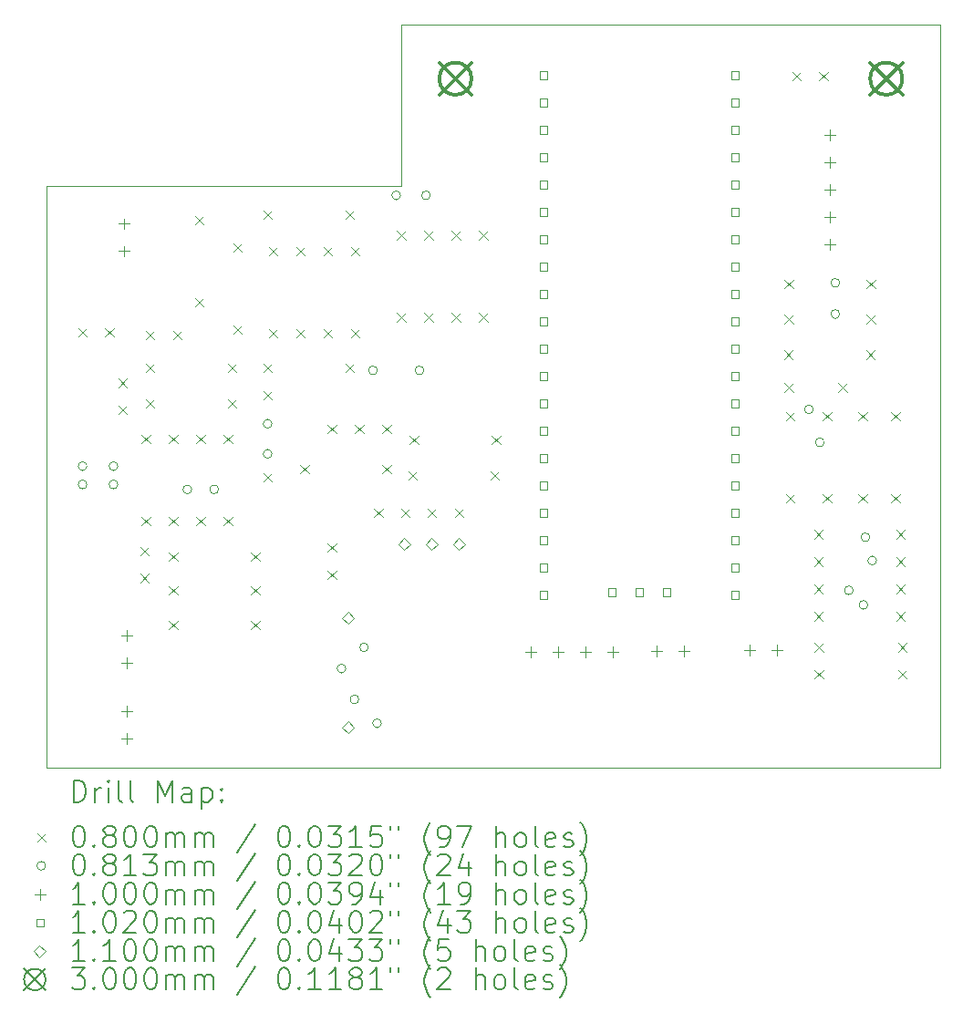
<source format=gbr>
%TF.GenerationSoftware,KiCad,Pcbnew,8.0.5*%
%TF.CreationDate,2024-09-14T22:06:42+02:00*%
%TF.ProjectId,midi2cv,6d696469-3263-4762-9e6b-696361645f70,rev?*%
%TF.SameCoordinates,Original*%
%TF.FileFunction,Drillmap*%
%TF.FilePolarity,Positive*%
%FSLAX45Y45*%
G04 Gerber Fmt 4.5, Leading zero omitted, Abs format (unit mm)*
G04 Created by KiCad (PCBNEW 8.0.5) date 2024-09-14 22:06:42*
%MOMM*%
%LPD*%
G01*
G04 APERTURE LIST*
%ADD10C,0.100000*%
%ADD11C,0.200000*%
%ADD12C,0.102000*%
%ADD13C,0.110000*%
%ADD14C,0.300000*%
G04 APERTURE END LIST*
D10*
X15400000Y-12200000D02*
X7100000Y-12200000D01*
X7100000Y-6800000D01*
X10400000Y-6800000D01*
X10400000Y-5300000D01*
X15400000Y-5300000D01*
X15400000Y-12200000D01*
D11*
D10*
X7398262Y-8113400D02*
X7478262Y-8193400D01*
X7478262Y-8113400D02*
X7398262Y-8193400D01*
X7648262Y-8113400D02*
X7728262Y-8193400D01*
X7728262Y-8113400D02*
X7648262Y-8193400D01*
X7770500Y-8585300D02*
X7850500Y-8665300D01*
X7850500Y-8585300D02*
X7770500Y-8665300D01*
X7770500Y-8835300D02*
X7850500Y-8915300D01*
X7850500Y-8835300D02*
X7770500Y-8915300D01*
X7973700Y-10147400D02*
X8053700Y-10227400D01*
X8053700Y-10147400D02*
X7973700Y-10227400D01*
X7973700Y-10397400D02*
X8053700Y-10477400D01*
X8053700Y-10397400D02*
X7973700Y-10477400D01*
X7987400Y-9105500D02*
X8067400Y-9185500D01*
X8067400Y-9105500D02*
X7987400Y-9185500D01*
X7987400Y-9867500D02*
X8067400Y-9947500D01*
X8067400Y-9867500D02*
X7987400Y-9947500D01*
X8024500Y-8443600D02*
X8104500Y-8523600D01*
X8104500Y-8443600D02*
X8024500Y-8523600D01*
X8024500Y-8773800D02*
X8104500Y-8853800D01*
X8104500Y-8773800D02*
X8024500Y-8853800D01*
X8026500Y-8138800D02*
X8106500Y-8218800D01*
X8106500Y-8138800D02*
X8026500Y-8218800D01*
X8240400Y-10196200D02*
X8320400Y-10276200D01*
X8320400Y-10196200D02*
X8240400Y-10276200D01*
X8240400Y-10513700D02*
X8320400Y-10593700D01*
X8320400Y-10513700D02*
X8240400Y-10593700D01*
X8240400Y-10831200D02*
X8320400Y-10911200D01*
X8320400Y-10831200D02*
X8240400Y-10911200D01*
X8241400Y-9105500D02*
X8321400Y-9185500D01*
X8321400Y-9105500D02*
X8241400Y-9185500D01*
X8241400Y-9867500D02*
X8321400Y-9947500D01*
X8321400Y-9867500D02*
X8241400Y-9947500D01*
X8276500Y-8138800D02*
X8356500Y-8218800D01*
X8356500Y-8138800D02*
X8276500Y-8218800D01*
X8481700Y-7072000D02*
X8561700Y-7152000D01*
X8561700Y-7072000D02*
X8481700Y-7152000D01*
X8481700Y-7834000D02*
X8561700Y-7914000D01*
X8561700Y-7834000D02*
X8481700Y-7914000D01*
X8495400Y-9105500D02*
X8575400Y-9185500D01*
X8575400Y-9105500D02*
X8495400Y-9185500D01*
X8495400Y-9867500D02*
X8575400Y-9947500D01*
X8575400Y-9867500D02*
X8495400Y-9947500D01*
X8749400Y-9105500D02*
X8829400Y-9185500D01*
X8829400Y-9105500D02*
X8749400Y-9185500D01*
X8749400Y-9867500D02*
X8829400Y-9947500D01*
X8829400Y-9867500D02*
X8749400Y-9947500D01*
X8786500Y-8443600D02*
X8866500Y-8523600D01*
X8866500Y-8443600D02*
X8786500Y-8523600D01*
X8786500Y-8773800D02*
X8866500Y-8853800D01*
X8866500Y-8773800D02*
X8786500Y-8853800D01*
X8837006Y-7326000D02*
X8917006Y-7406000D01*
X8917006Y-7326000D02*
X8837006Y-7406000D01*
X8837006Y-8088000D02*
X8917006Y-8168000D01*
X8917006Y-8088000D02*
X8837006Y-8168000D01*
X9002400Y-10196200D02*
X9082400Y-10276200D01*
X9082400Y-10196200D02*
X9002400Y-10276200D01*
X9002400Y-10513700D02*
X9082400Y-10593700D01*
X9082400Y-10513700D02*
X9002400Y-10593700D01*
X9002400Y-10831200D02*
X9082400Y-10911200D01*
X9082400Y-10831200D02*
X9002400Y-10911200D01*
X9116406Y-7021200D02*
X9196406Y-7101200D01*
X9196406Y-7021200D02*
X9116406Y-7101200D01*
X9116406Y-8443600D02*
X9196406Y-8523600D01*
X9196406Y-8443600D02*
X9116406Y-8523600D01*
X9116700Y-8697600D02*
X9196700Y-8777600D01*
X9196700Y-8697600D02*
X9116700Y-8777600D01*
X9116700Y-9459600D02*
X9196700Y-9539600D01*
X9196700Y-9459600D02*
X9116700Y-9539600D01*
X9167206Y-7364100D02*
X9247206Y-7444100D01*
X9247206Y-7364100D02*
X9167206Y-7444100D01*
X9167206Y-8126100D02*
X9247206Y-8206100D01*
X9247206Y-8126100D02*
X9167206Y-8206100D01*
X9421206Y-7364100D02*
X9501206Y-7444100D01*
X9501206Y-7364100D02*
X9421206Y-7444100D01*
X9421206Y-8126100D02*
X9501206Y-8206100D01*
X9501206Y-8126100D02*
X9421206Y-8206100D01*
X9459600Y-9383400D02*
X9539600Y-9463400D01*
X9539600Y-9383400D02*
X9459600Y-9463400D01*
X9675206Y-7364100D02*
X9755206Y-7444100D01*
X9755206Y-7364100D02*
X9675206Y-7444100D01*
X9675206Y-8126100D02*
X9755206Y-8206100D01*
X9755206Y-8126100D02*
X9675206Y-8206100D01*
X9713600Y-9015100D02*
X9793600Y-9095100D01*
X9793600Y-9015100D02*
X9713600Y-9095100D01*
X9713600Y-10115238D02*
X9793600Y-10195238D01*
X9793600Y-10115238D02*
X9713600Y-10195238D01*
X9713600Y-10365238D02*
X9793600Y-10445238D01*
X9793600Y-10365238D02*
X9713600Y-10445238D01*
X9878406Y-7021200D02*
X9958406Y-7101200D01*
X9958406Y-7021200D02*
X9878406Y-7101200D01*
X9878406Y-8443600D02*
X9958406Y-8523600D01*
X9958406Y-8443600D02*
X9878406Y-8523600D01*
X9929206Y-7364100D02*
X10009206Y-7444100D01*
X10009206Y-7364100D02*
X9929206Y-7444100D01*
X9929206Y-8126100D02*
X10009206Y-8206100D01*
X10009206Y-8126100D02*
X9929206Y-8206100D01*
X9967600Y-9015100D02*
X10047600Y-9095100D01*
X10047600Y-9015100D02*
X9967600Y-9095100D01*
X10147400Y-9789800D02*
X10227400Y-9869800D01*
X10227400Y-9789800D02*
X10147400Y-9869800D01*
X10221600Y-9015100D02*
X10301600Y-9095100D01*
X10301600Y-9015100D02*
X10221600Y-9095100D01*
X10221600Y-9383400D02*
X10301600Y-9463400D01*
X10301600Y-9383400D02*
X10221600Y-9463400D01*
X10357142Y-7213200D02*
X10437142Y-7293200D01*
X10437142Y-7213200D02*
X10357142Y-7293200D01*
X10357142Y-7975200D02*
X10437142Y-8055200D01*
X10437142Y-7975200D02*
X10357142Y-8055200D01*
X10397400Y-9789800D02*
X10477400Y-9869800D01*
X10477400Y-9789800D02*
X10397400Y-9869800D01*
X10462900Y-9446900D02*
X10542900Y-9526900D01*
X10542900Y-9446900D02*
X10462900Y-9526900D01*
X10475600Y-9116700D02*
X10555600Y-9196700D01*
X10555600Y-9116700D02*
X10475600Y-9196700D01*
X10611142Y-7213200D02*
X10691142Y-7293200D01*
X10691142Y-7213200D02*
X10611142Y-7293200D01*
X10611142Y-7975200D02*
X10691142Y-8055200D01*
X10691142Y-7975200D02*
X10611142Y-8055200D01*
X10642700Y-9789800D02*
X10722700Y-9869800D01*
X10722700Y-9789800D02*
X10642700Y-9869800D01*
X10865142Y-7213200D02*
X10945142Y-7293200D01*
X10945142Y-7213200D02*
X10865142Y-7293200D01*
X10865142Y-7975200D02*
X10945142Y-8055200D01*
X10945142Y-7975200D02*
X10865142Y-8055200D01*
X10892700Y-9789800D02*
X10972700Y-9869800D01*
X10972700Y-9789800D02*
X10892700Y-9869800D01*
X11119142Y-7213200D02*
X11199142Y-7293200D01*
X11199142Y-7213200D02*
X11119142Y-7293200D01*
X11119142Y-7975200D02*
X11199142Y-8055200D01*
X11199142Y-7975200D02*
X11119142Y-8055200D01*
X11224900Y-9446900D02*
X11304900Y-9526900D01*
X11304900Y-9446900D02*
X11224900Y-9526900D01*
X11237600Y-9116700D02*
X11317600Y-9196700D01*
X11317600Y-9116700D02*
X11237600Y-9196700D01*
X13953497Y-8321591D02*
X14033497Y-8401591D01*
X14033497Y-8321591D02*
X13953497Y-8401591D01*
X13954053Y-7992387D02*
X14034053Y-8072387D01*
X14034053Y-7992387D02*
X13954053Y-8072387D01*
X13955400Y-7668900D02*
X14035400Y-7748900D01*
X14035400Y-7668900D02*
X13955400Y-7748900D01*
X13956053Y-8627387D02*
X14036053Y-8707387D01*
X14036053Y-8627387D02*
X13956053Y-8707387D01*
X13968100Y-8894087D02*
X14048100Y-8974087D01*
X14048100Y-8894087D02*
X13968100Y-8974087D01*
X13968100Y-9656087D02*
X14048100Y-9736087D01*
X14048100Y-9656087D02*
X13968100Y-9736087D01*
X14026838Y-5738500D02*
X14106838Y-5818500D01*
X14106838Y-5738500D02*
X14026838Y-5818500D01*
X14231487Y-9992113D02*
X14311487Y-10072113D01*
X14311487Y-9992113D02*
X14231487Y-10072113D01*
X14231487Y-10246113D02*
X14311487Y-10326113D01*
X14311487Y-10246113D02*
X14231487Y-10326113D01*
X14231487Y-10500113D02*
X14311487Y-10580113D01*
X14311487Y-10500113D02*
X14231487Y-10580113D01*
X14231487Y-10754113D02*
X14311487Y-10834113D01*
X14311487Y-10754113D02*
X14231487Y-10834113D01*
X14233453Y-11042387D02*
X14313453Y-11122387D01*
X14313453Y-11042387D02*
X14233453Y-11122387D01*
X14233453Y-11292387D02*
X14313453Y-11372387D01*
X14313453Y-11292387D02*
X14233453Y-11372387D01*
X14276838Y-5738500D02*
X14356838Y-5818500D01*
X14356838Y-5738500D02*
X14276838Y-5818500D01*
X14309653Y-8894087D02*
X14389653Y-8974087D01*
X14389653Y-8894087D02*
X14309653Y-8974087D01*
X14309653Y-9656087D02*
X14389653Y-9736087D01*
X14389653Y-9656087D02*
X14309653Y-9736087D01*
X14456053Y-8627387D02*
X14536053Y-8707387D01*
X14536053Y-8627387D02*
X14456053Y-8707387D01*
X14639853Y-8894087D02*
X14719853Y-8974087D01*
X14719853Y-8894087D02*
X14639853Y-8974087D01*
X14639853Y-9656087D02*
X14719853Y-9736087D01*
X14719853Y-9656087D02*
X14639853Y-9736087D01*
X14715497Y-8321591D02*
X14795497Y-8401591D01*
X14795497Y-8321591D02*
X14715497Y-8401591D01*
X14716053Y-7992387D02*
X14796053Y-8072387D01*
X14796053Y-7992387D02*
X14716053Y-8072387D01*
X14717400Y-7668900D02*
X14797400Y-7748900D01*
X14797400Y-7668900D02*
X14717400Y-7748900D01*
X14946000Y-8894087D02*
X15026000Y-8974087D01*
X15026000Y-8894087D02*
X14946000Y-8974087D01*
X14946000Y-9656087D02*
X15026000Y-9736087D01*
X15026000Y-9656087D02*
X14946000Y-9736087D01*
X14993487Y-9992113D02*
X15073487Y-10072113D01*
X15073487Y-9992113D02*
X14993487Y-10072113D01*
X14993487Y-10246113D02*
X15073487Y-10326113D01*
X15073487Y-10246113D02*
X14993487Y-10326113D01*
X14993487Y-10500113D02*
X15073487Y-10580113D01*
X15073487Y-10500113D02*
X14993487Y-10580113D01*
X14993487Y-10754113D02*
X15073487Y-10834113D01*
X15073487Y-10754113D02*
X14993487Y-10834113D01*
X15008153Y-11042387D02*
X15088153Y-11122387D01*
X15088153Y-11042387D02*
X15008153Y-11122387D01*
X15008153Y-11292387D02*
X15088153Y-11372387D01*
X15088153Y-11292387D02*
X15008153Y-11372387D01*
X7479030Y-9398000D02*
G75*
G02*
X7397750Y-9398000I-40640J0D01*
G01*
X7397750Y-9398000D02*
G75*
G02*
X7479030Y-9398000I40640J0D01*
G01*
X7479030Y-9568180D02*
G75*
G02*
X7397750Y-9568180I-40640J0D01*
G01*
X7397750Y-9568180D02*
G75*
G02*
X7479030Y-9568180I40640J0D01*
G01*
X7766050Y-9398000D02*
G75*
G02*
X7684770Y-9398000I-40640J0D01*
G01*
X7684770Y-9398000D02*
G75*
G02*
X7766050Y-9398000I40640J0D01*
G01*
X7766050Y-9568180D02*
G75*
G02*
X7684770Y-9568180I-40640J0D01*
G01*
X7684770Y-9568180D02*
G75*
G02*
X7766050Y-9568180I40640J0D01*
G01*
X8451580Y-9613900D02*
G75*
G02*
X8370300Y-9613900I-40640J0D01*
G01*
X8370300Y-9613900D02*
G75*
G02*
X8451580Y-9613900I40640J0D01*
G01*
X8700500Y-9613900D02*
G75*
G02*
X8619220Y-9613900I-40640J0D01*
G01*
X8619220Y-9613900D02*
G75*
G02*
X8700500Y-9613900I40640J0D01*
G01*
X9197340Y-9004300D02*
G75*
G02*
X9116060Y-9004300I-40640J0D01*
G01*
X9116060Y-9004300D02*
G75*
G02*
X9197340Y-9004300I40640J0D01*
G01*
X9197340Y-9283700D02*
G75*
G02*
X9116060Y-9283700I-40640J0D01*
G01*
X9116060Y-9283700D02*
G75*
G02*
X9197340Y-9283700I40640J0D01*
G01*
X9883263Y-11277477D02*
G75*
G02*
X9801983Y-11277477I-40640J0D01*
G01*
X9801983Y-11277477D02*
G75*
G02*
X9883263Y-11277477I40640J0D01*
G01*
X10003913Y-11563473D02*
G75*
G02*
X9922633Y-11563473I-40640J0D01*
G01*
X9922633Y-11563473D02*
G75*
G02*
X10003913Y-11563473I40640J0D01*
G01*
X10092567Y-11080873D02*
G75*
G02*
X10011287Y-11080873I-40640J0D01*
G01*
X10011287Y-11080873D02*
G75*
G02*
X10092567Y-11080873I40640J0D01*
G01*
X10175240Y-8509000D02*
G75*
G02*
X10093960Y-8509000I-40640J0D01*
G01*
X10093960Y-8509000D02*
G75*
G02*
X10175240Y-8509000I40640J0D01*
G01*
X10213340Y-11785600D02*
G75*
G02*
X10132060Y-11785600I-40640J0D01*
G01*
X10132060Y-11785600D02*
G75*
G02*
X10213340Y-11785600I40640J0D01*
G01*
X10391140Y-6883400D02*
G75*
G02*
X10309860Y-6883400I-40640J0D01*
G01*
X10309860Y-6883400D02*
G75*
G02*
X10391140Y-6883400I40640J0D01*
G01*
X10607040Y-8509000D02*
G75*
G02*
X10525760Y-8509000I-40640J0D01*
G01*
X10525760Y-8509000D02*
G75*
G02*
X10607040Y-8509000I40640J0D01*
G01*
X10667400Y-6883400D02*
G75*
G02*
X10586120Y-6883400I-40640J0D01*
G01*
X10586120Y-6883400D02*
G75*
G02*
X10667400Y-6883400I40640J0D01*
G01*
X14222268Y-8870659D02*
G75*
G02*
X14140988Y-8870659I-40640J0D01*
G01*
X14140988Y-8870659D02*
G75*
G02*
X14222268Y-8870659I40640J0D01*
G01*
X14323216Y-9177176D02*
G75*
G02*
X14241936Y-9177176I-40640J0D01*
G01*
X14241936Y-9177176D02*
G75*
G02*
X14323216Y-9177176I40640J0D01*
G01*
X14467840Y-7696200D02*
G75*
G02*
X14386560Y-7696200I-40640J0D01*
G01*
X14386560Y-7696200D02*
G75*
G02*
X14467840Y-7696200I40640J0D01*
G01*
X14467840Y-7985760D02*
G75*
G02*
X14386560Y-7985760I-40640J0D01*
G01*
X14386560Y-7985760D02*
G75*
G02*
X14467840Y-7985760I40640J0D01*
G01*
X14593741Y-10550815D02*
G75*
G02*
X14512461Y-10550815I-40640J0D01*
G01*
X14512461Y-10550815D02*
G75*
G02*
X14593741Y-10550815I40640J0D01*
G01*
X14729083Y-10686157D02*
G75*
G02*
X14647803Y-10686157I-40640J0D01*
G01*
X14647803Y-10686157D02*
G75*
G02*
X14729083Y-10686157I40640J0D01*
G01*
X14747240Y-10058400D02*
G75*
G02*
X14665960Y-10058400I-40640J0D01*
G01*
X14665960Y-10058400D02*
G75*
G02*
X14747240Y-10058400I40640J0D01*
G01*
X14810740Y-10274300D02*
G75*
G02*
X14729460Y-10274300I-40640J0D01*
G01*
X14729460Y-10274300D02*
G75*
G02*
X14810740Y-10274300I40640J0D01*
G01*
X7824723Y-7097524D02*
X7824723Y-7197524D01*
X7774723Y-7147524D02*
X7874723Y-7147524D01*
X7824723Y-7351524D02*
X7824723Y-7451524D01*
X7774723Y-7401524D02*
X7874723Y-7401524D01*
X7848600Y-10922800D02*
X7848600Y-11022800D01*
X7798600Y-10972800D02*
X7898600Y-10972800D01*
X7848600Y-11176800D02*
X7848600Y-11276800D01*
X7798600Y-11226800D02*
X7898600Y-11226800D01*
X7848600Y-11621300D02*
X7848600Y-11721300D01*
X7798600Y-11671300D02*
X7898600Y-11671300D01*
X7848600Y-11875300D02*
X7848600Y-11975300D01*
X7798600Y-11925300D02*
X7898600Y-11925300D01*
X11601646Y-11069764D02*
X11601646Y-11169764D01*
X11551646Y-11119764D02*
X11651646Y-11119764D01*
X11855646Y-11069764D02*
X11855646Y-11169764D01*
X11805646Y-11119764D02*
X11905646Y-11119764D01*
X12109646Y-11069764D02*
X12109646Y-11169764D01*
X12059646Y-11119764D02*
X12159646Y-11119764D01*
X12363646Y-11069764D02*
X12363646Y-11169764D01*
X12313646Y-11119764D02*
X12413646Y-11119764D01*
X12769546Y-11062764D02*
X12769546Y-11162764D01*
X12719546Y-11112764D02*
X12819546Y-11112764D01*
X13023546Y-11062764D02*
X13023546Y-11162764D01*
X12973546Y-11112764D02*
X13073546Y-11112764D01*
X13633646Y-11057064D02*
X13633646Y-11157064D01*
X13583646Y-11107064D02*
X13683646Y-11107064D01*
X13887646Y-11057064D02*
X13887646Y-11157064D01*
X13837646Y-11107064D02*
X13937646Y-11107064D01*
X14376400Y-6274600D02*
X14376400Y-6374600D01*
X14326400Y-6324600D02*
X14426400Y-6324600D01*
X14376400Y-6528600D02*
X14376400Y-6628600D01*
X14326400Y-6578600D02*
X14426400Y-6578600D01*
X14376400Y-6782600D02*
X14376400Y-6882600D01*
X14326400Y-6832600D02*
X14426400Y-6832600D01*
X14376400Y-7036600D02*
X14376400Y-7136600D01*
X14326400Y-7086600D02*
X14426400Y-7086600D01*
X14376400Y-7290600D02*
X14376400Y-7390600D01*
X14326400Y-7340600D02*
X14426400Y-7340600D01*
D12*
X11755007Y-5802763D02*
X11755007Y-5730637D01*
X11682881Y-5730637D01*
X11682881Y-5802763D01*
X11755007Y-5802763D01*
X11755007Y-6056763D02*
X11755007Y-5984637D01*
X11682881Y-5984637D01*
X11682881Y-6056763D01*
X11755007Y-6056763D01*
X11755007Y-6310763D02*
X11755007Y-6238637D01*
X11682881Y-6238637D01*
X11682881Y-6310763D01*
X11755007Y-6310763D01*
X11755007Y-6564763D02*
X11755007Y-6492637D01*
X11682881Y-6492637D01*
X11682881Y-6564763D01*
X11755007Y-6564763D01*
X11755007Y-6818763D02*
X11755007Y-6746637D01*
X11682881Y-6746637D01*
X11682881Y-6818763D01*
X11755007Y-6818763D01*
X11755007Y-7072763D02*
X11755007Y-7000637D01*
X11682881Y-7000637D01*
X11682881Y-7072763D01*
X11755007Y-7072763D01*
X11755007Y-7326763D02*
X11755007Y-7254637D01*
X11682881Y-7254637D01*
X11682881Y-7326763D01*
X11755007Y-7326763D01*
X11755007Y-7580763D02*
X11755007Y-7508637D01*
X11682881Y-7508637D01*
X11682881Y-7580763D01*
X11755007Y-7580763D01*
X11755007Y-7834763D02*
X11755007Y-7762637D01*
X11682881Y-7762637D01*
X11682881Y-7834763D01*
X11755007Y-7834763D01*
X11755007Y-8088763D02*
X11755007Y-8016637D01*
X11682881Y-8016637D01*
X11682881Y-8088763D01*
X11755007Y-8088763D01*
X11755007Y-8342763D02*
X11755007Y-8270637D01*
X11682881Y-8270637D01*
X11682881Y-8342763D01*
X11755007Y-8342763D01*
X11755007Y-8596763D02*
X11755007Y-8524637D01*
X11682881Y-8524637D01*
X11682881Y-8596763D01*
X11755007Y-8596763D01*
X11755007Y-8850763D02*
X11755007Y-8778637D01*
X11682881Y-8778637D01*
X11682881Y-8850763D01*
X11755007Y-8850763D01*
X11755007Y-9104763D02*
X11755007Y-9032637D01*
X11682881Y-9032637D01*
X11682881Y-9104763D01*
X11755007Y-9104763D01*
X11755007Y-9358763D02*
X11755007Y-9286637D01*
X11682881Y-9286637D01*
X11682881Y-9358763D01*
X11755007Y-9358763D01*
X11755007Y-9612763D02*
X11755007Y-9540637D01*
X11682881Y-9540637D01*
X11682881Y-9612763D01*
X11755007Y-9612763D01*
X11755007Y-9866763D02*
X11755007Y-9794637D01*
X11682881Y-9794637D01*
X11682881Y-9866763D01*
X11755007Y-9866763D01*
X11755007Y-10120763D02*
X11755007Y-10048637D01*
X11682881Y-10048637D01*
X11682881Y-10120763D01*
X11755007Y-10120763D01*
X11755007Y-10374763D02*
X11755007Y-10302637D01*
X11682881Y-10302637D01*
X11682881Y-10374763D01*
X11755007Y-10374763D01*
X11755007Y-10628763D02*
X11755007Y-10556637D01*
X11682881Y-10556637D01*
X11682881Y-10628763D01*
X11755007Y-10628763D01*
X12390007Y-10605763D02*
X12390007Y-10533637D01*
X12317881Y-10533637D01*
X12317881Y-10605763D01*
X12390007Y-10605763D01*
X12644007Y-10605763D02*
X12644007Y-10533637D01*
X12571881Y-10533637D01*
X12571881Y-10605763D01*
X12644007Y-10605763D01*
X12898007Y-10605763D02*
X12898007Y-10533637D01*
X12825881Y-10533637D01*
X12825881Y-10605763D01*
X12898007Y-10605763D01*
X13533007Y-5802763D02*
X13533007Y-5730637D01*
X13460881Y-5730637D01*
X13460881Y-5802763D01*
X13533007Y-5802763D01*
X13533007Y-6056763D02*
X13533007Y-5984637D01*
X13460881Y-5984637D01*
X13460881Y-6056763D01*
X13533007Y-6056763D01*
X13533007Y-6310763D02*
X13533007Y-6238637D01*
X13460881Y-6238637D01*
X13460881Y-6310763D01*
X13533007Y-6310763D01*
X13533007Y-6564763D02*
X13533007Y-6492637D01*
X13460881Y-6492637D01*
X13460881Y-6564763D01*
X13533007Y-6564763D01*
X13533007Y-6818763D02*
X13533007Y-6746637D01*
X13460881Y-6746637D01*
X13460881Y-6818763D01*
X13533007Y-6818763D01*
X13533007Y-7072763D02*
X13533007Y-7000637D01*
X13460881Y-7000637D01*
X13460881Y-7072763D01*
X13533007Y-7072763D01*
X13533007Y-7326763D02*
X13533007Y-7254637D01*
X13460881Y-7254637D01*
X13460881Y-7326763D01*
X13533007Y-7326763D01*
X13533007Y-7580763D02*
X13533007Y-7508637D01*
X13460881Y-7508637D01*
X13460881Y-7580763D01*
X13533007Y-7580763D01*
X13533007Y-7834763D02*
X13533007Y-7762637D01*
X13460881Y-7762637D01*
X13460881Y-7834763D01*
X13533007Y-7834763D01*
X13533007Y-8088763D02*
X13533007Y-8016637D01*
X13460881Y-8016637D01*
X13460881Y-8088763D01*
X13533007Y-8088763D01*
X13533007Y-8342763D02*
X13533007Y-8270637D01*
X13460881Y-8270637D01*
X13460881Y-8342763D01*
X13533007Y-8342763D01*
X13533007Y-8596763D02*
X13533007Y-8524637D01*
X13460881Y-8524637D01*
X13460881Y-8596763D01*
X13533007Y-8596763D01*
X13533007Y-8850763D02*
X13533007Y-8778637D01*
X13460881Y-8778637D01*
X13460881Y-8850763D01*
X13533007Y-8850763D01*
X13533007Y-9104763D02*
X13533007Y-9032637D01*
X13460881Y-9032637D01*
X13460881Y-9104763D01*
X13533007Y-9104763D01*
X13533007Y-9358763D02*
X13533007Y-9286637D01*
X13460881Y-9286637D01*
X13460881Y-9358763D01*
X13533007Y-9358763D01*
X13533007Y-9612763D02*
X13533007Y-9540637D01*
X13460881Y-9540637D01*
X13460881Y-9612763D01*
X13533007Y-9612763D01*
X13533007Y-9866763D02*
X13533007Y-9794637D01*
X13460881Y-9794637D01*
X13460881Y-9866763D01*
X13533007Y-9866763D01*
X13533007Y-10120763D02*
X13533007Y-10048637D01*
X13460881Y-10048637D01*
X13460881Y-10120763D01*
X13533007Y-10120763D01*
X13533007Y-10374763D02*
X13533007Y-10302637D01*
X13460881Y-10302637D01*
X13460881Y-10374763D01*
X13533007Y-10374763D01*
X13533007Y-10628763D02*
X13533007Y-10556637D01*
X13460881Y-10556637D01*
X13460881Y-10628763D01*
X13533007Y-10628763D01*
D13*
X9906000Y-10862700D02*
X9961000Y-10807700D01*
X9906000Y-10752700D01*
X9851000Y-10807700D01*
X9906000Y-10862700D01*
X9906000Y-11878700D02*
X9961000Y-11823700D01*
X9906000Y-11768700D01*
X9851000Y-11823700D01*
X9906000Y-11878700D01*
X10426700Y-10176900D02*
X10481700Y-10121900D01*
X10426700Y-10066900D01*
X10371700Y-10121900D01*
X10426700Y-10176900D01*
X10680700Y-10176900D02*
X10735700Y-10121900D01*
X10680700Y-10066900D01*
X10625700Y-10121900D01*
X10680700Y-10176900D01*
X10934700Y-10176900D02*
X10989700Y-10121900D01*
X10934700Y-10066900D01*
X10879700Y-10121900D01*
X10934700Y-10176900D01*
D14*
X10750000Y-5650000D02*
X11050000Y-5950000D01*
X11050000Y-5650000D02*
X10750000Y-5950000D01*
X11050000Y-5800000D02*
G75*
G02*
X10750000Y-5800000I-150000J0D01*
G01*
X10750000Y-5800000D02*
G75*
G02*
X11050000Y-5800000I150000J0D01*
G01*
X14750000Y-5650000D02*
X15050000Y-5950000D01*
X15050000Y-5650000D02*
X14750000Y-5950000D01*
X15050000Y-5800000D02*
G75*
G02*
X14750000Y-5800000I-150000J0D01*
G01*
X14750000Y-5800000D02*
G75*
G02*
X15050000Y-5800000I150000J0D01*
G01*
D11*
X7355777Y-12516484D02*
X7355777Y-12316484D01*
X7355777Y-12316484D02*
X7403396Y-12316484D01*
X7403396Y-12316484D02*
X7431967Y-12326008D01*
X7431967Y-12326008D02*
X7451015Y-12345055D01*
X7451015Y-12345055D02*
X7460539Y-12364103D01*
X7460539Y-12364103D02*
X7470062Y-12402198D01*
X7470062Y-12402198D02*
X7470062Y-12430769D01*
X7470062Y-12430769D02*
X7460539Y-12468865D01*
X7460539Y-12468865D02*
X7451015Y-12487912D01*
X7451015Y-12487912D02*
X7431967Y-12506960D01*
X7431967Y-12506960D02*
X7403396Y-12516484D01*
X7403396Y-12516484D02*
X7355777Y-12516484D01*
X7555777Y-12516484D02*
X7555777Y-12383150D01*
X7555777Y-12421246D02*
X7565301Y-12402198D01*
X7565301Y-12402198D02*
X7574824Y-12392674D01*
X7574824Y-12392674D02*
X7593872Y-12383150D01*
X7593872Y-12383150D02*
X7612920Y-12383150D01*
X7679586Y-12516484D02*
X7679586Y-12383150D01*
X7679586Y-12316484D02*
X7670062Y-12326008D01*
X7670062Y-12326008D02*
X7679586Y-12335531D01*
X7679586Y-12335531D02*
X7689110Y-12326008D01*
X7689110Y-12326008D02*
X7679586Y-12316484D01*
X7679586Y-12316484D02*
X7679586Y-12335531D01*
X7803396Y-12516484D02*
X7784348Y-12506960D01*
X7784348Y-12506960D02*
X7774824Y-12487912D01*
X7774824Y-12487912D02*
X7774824Y-12316484D01*
X7908158Y-12516484D02*
X7889110Y-12506960D01*
X7889110Y-12506960D02*
X7879586Y-12487912D01*
X7879586Y-12487912D02*
X7879586Y-12316484D01*
X8136729Y-12516484D02*
X8136729Y-12316484D01*
X8136729Y-12316484D02*
X8203396Y-12459341D01*
X8203396Y-12459341D02*
X8270062Y-12316484D01*
X8270062Y-12316484D02*
X8270062Y-12516484D01*
X8451015Y-12516484D02*
X8451015Y-12411722D01*
X8451015Y-12411722D02*
X8441491Y-12392674D01*
X8441491Y-12392674D02*
X8422444Y-12383150D01*
X8422444Y-12383150D02*
X8384348Y-12383150D01*
X8384348Y-12383150D02*
X8365301Y-12392674D01*
X8451015Y-12506960D02*
X8431967Y-12516484D01*
X8431967Y-12516484D02*
X8384348Y-12516484D01*
X8384348Y-12516484D02*
X8365301Y-12506960D01*
X8365301Y-12506960D02*
X8355777Y-12487912D01*
X8355777Y-12487912D02*
X8355777Y-12468865D01*
X8355777Y-12468865D02*
X8365301Y-12449817D01*
X8365301Y-12449817D02*
X8384348Y-12440293D01*
X8384348Y-12440293D02*
X8431967Y-12440293D01*
X8431967Y-12440293D02*
X8451015Y-12430769D01*
X8546253Y-12383150D02*
X8546253Y-12583150D01*
X8546253Y-12392674D02*
X8565301Y-12383150D01*
X8565301Y-12383150D02*
X8603396Y-12383150D01*
X8603396Y-12383150D02*
X8622444Y-12392674D01*
X8622444Y-12392674D02*
X8631967Y-12402198D01*
X8631967Y-12402198D02*
X8641491Y-12421246D01*
X8641491Y-12421246D02*
X8641491Y-12478388D01*
X8641491Y-12478388D02*
X8631967Y-12497436D01*
X8631967Y-12497436D02*
X8622444Y-12506960D01*
X8622444Y-12506960D02*
X8603396Y-12516484D01*
X8603396Y-12516484D02*
X8565301Y-12516484D01*
X8565301Y-12516484D02*
X8546253Y-12506960D01*
X8727205Y-12497436D02*
X8736729Y-12506960D01*
X8736729Y-12506960D02*
X8727205Y-12516484D01*
X8727205Y-12516484D02*
X8717682Y-12506960D01*
X8717682Y-12506960D02*
X8727205Y-12497436D01*
X8727205Y-12497436D02*
X8727205Y-12516484D01*
X8727205Y-12392674D02*
X8736729Y-12402198D01*
X8736729Y-12402198D02*
X8727205Y-12411722D01*
X8727205Y-12411722D02*
X8717682Y-12402198D01*
X8717682Y-12402198D02*
X8727205Y-12392674D01*
X8727205Y-12392674D02*
X8727205Y-12411722D01*
D10*
X7015000Y-12805000D02*
X7095000Y-12885000D01*
X7095000Y-12805000D02*
X7015000Y-12885000D01*
D11*
X7393872Y-12736484D02*
X7412920Y-12736484D01*
X7412920Y-12736484D02*
X7431967Y-12746008D01*
X7431967Y-12746008D02*
X7441491Y-12755531D01*
X7441491Y-12755531D02*
X7451015Y-12774579D01*
X7451015Y-12774579D02*
X7460539Y-12812674D01*
X7460539Y-12812674D02*
X7460539Y-12860293D01*
X7460539Y-12860293D02*
X7451015Y-12898388D01*
X7451015Y-12898388D02*
X7441491Y-12917436D01*
X7441491Y-12917436D02*
X7431967Y-12926960D01*
X7431967Y-12926960D02*
X7412920Y-12936484D01*
X7412920Y-12936484D02*
X7393872Y-12936484D01*
X7393872Y-12936484D02*
X7374824Y-12926960D01*
X7374824Y-12926960D02*
X7365301Y-12917436D01*
X7365301Y-12917436D02*
X7355777Y-12898388D01*
X7355777Y-12898388D02*
X7346253Y-12860293D01*
X7346253Y-12860293D02*
X7346253Y-12812674D01*
X7346253Y-12812674D02*
X7355777Y-12774579D01*
X7355777Y-12774579D02*
X7365301Y-12755531D01*
X7365301Y-12755531D02*
X7374824Y-12746008D01*
X7374824Y-12746008D02*
X7393872Y-12736484D01*
X7546253Y-12917436D02*
X7555777Y-12926960D01*
X7555777Y-12926960D02*
X7546253Y-12936484D01*
X7546253Y-12936484D02*
X7536729Y-12926960D01*
X7536729Y-12926960D02*
X7546253Y-12917436D01*
X7546253Y-12917436D02*
X7546253Y-12936484D01*
X7670062Y-12822198D02*
X7651015Y-12812674D01*
X7651015Y-12812674D02*
X7641491Y-12803150D01*
X7641491Y-12803150D02*
X7631967Y-12784103D01*
X7631967Y-12784103D02*
X7631967Y-12774579D01*
X7631967Y-12774579D02*
X7641491Y-12755531D01*
X7641491Y-12755531D02*
X7651015Y-12746008D01*
X7651015Y-12746008D02*
X7670062Y-12736484D01*
X7670062Y-12736484D02*
X7708158Y-12736484D01*
X7708158Y-12736484D02*
X7727205Y-12746008D01*
X7727205Y-12746008D02*
X7736729Y-12755531D01*
X7736729Y-12755531D02*
X7746253Y-12774579D01*
X7746253Y-12774579D02*
X7746253Y-12784103D01*
X7746253Y-12784103D02*
X7736729Y-12803150D01*
X7736729Y-12803150D02*
X7727205Y-12812674D01*
X7727205Y-12812674D02*
X7708158Y-12822198D01*
X7708158Y-12822198D02*
X7670062Y-12822198D01*
X7670062Y-12822198D02*
X7651015Y-12831722D01*
X7651015Y-12831722D02*
X7641491Y-12841246D01*
X7641491Y-12841246D02*
X7631967Y-12860293D01*
X7631967Y-12860293D02*
X7631967Y-12898388D01*
X7631967Y-12898388D02*
X7641491Y-12917436D01*
X7641491Y-12917436D02*
X7651015Y-12926960D01*
X7651015Y-12926960D02*
X7670062Y-12936484D01*
X7670062Y-12936484D02*
X7708158Y-12936484D01*
X7708158Y-12936484D02*
X7727205Y-12926960D01*
X7727205Y-12926960D02*
X7736729Y-12917436D01*
X7736729Y-12917436D02*
X7746253Y-12898388D01*
X7746253Y-12898388D02*
X7746253Y-12860293D01*
X7746253Y-12860293D02*
X7736729Y-12841246D01*
X7736729Y-12841246D02*
X7727205Y-12831722D01*
X7727205Y-12831722D02*
X7708158Y-12822198D01*
X7870062Y-12736484D02*
X7889110Y-12736484D01*
X7889110Y-12736484D02*
X7908158Y-12746008D01*
X7908158Y-12746008D02*
X7917682Y-12755531D01*
X7917682Y-12755531D02*
X7927205Y-12774579D01*
X7927205Y-12774579D02*
X7936729Y-12812674D01*
X7936729Y-12812674D02*
X7936729Y-12860293D01*
X7936729Y-12860293D02*
X7927205Y-12898388D01*
X7927205Y-12898388D02*
X7917682Y-12917436D01*
X7917682Y-12917436D02*
X7908158Y-12926960D01*
X7908158Y-12926960D02*
X7889110Y-12936484D01*
X7889110Y-12936484D02*
X7870062Y-12936484D01*
X7870062Y-12936484D02*
X7851015Y-12926960D01*
X7851015Y-12926960D02*
X7841491Y-12917436D01*
X7841491Y-12917436D02*
X7831967Y-12898388D01*
X7831967Y-12898388D02*
X7822443Y-12860293D01*
X7822443Y-12860293D02*
X7822443Y-12812674D01*
X7822443Y-12812674D02*
X7831967Y-12774579D01*
X7831967Y-12774579D02*
X7841491Y-12755531D01*
X7841491Y-12755531D02*
X7851015Y-12746008D01*
X7851015Y-12746008D02*
X7870062Y-12736484D01*
X8060539Y-12736484D02*
X8079586Y-12736484D01*
X8079586Y-12736484D02*
X8098634Y-12746008D01*
X8098634Y-12746008D02*
X8108158Y-12755531D01*
X8108158Y-12755531D02*
X8117682Y-12774579D01*
X8117682Y-12774579D02*
X8127205Y-12812674D01*
X8127205Y-12812674D02*
X8127205Y-12860293D01*
X8127205Y-12860293D02*
X8117682Y-12898388D01*
X8117682Y-12898388D02*
X8108158Y-12917436D01*
X8108158Y-12917436D02*
X8098634Y-12926960D01*
X8098634Y-12926960D02*
X8079586Y-12936484D01*
X8079586Y-12936484D02*
X8060539Y-12936484D01*
X8060539Y-12936484D02*
X8041491Y-12926960D01*
X8041491Y-12926960D02*
X8031967Y-12917436D01*
X8031967Y-12917436D02*
X8022443Y-12898388D01*
X8022443Y-12898388D02*
X8012920Y-12860293D01*
X8012920Y-12860293D02*
X8012920Y-12812674D01*
X8012920Y-12812674D02*
X8022443Y-12774579D01*
X8022443Y-12774579D02*
X8031967Y-12755531D01*
X8031967Y-12755531D02*
X8041491Y-12746008D01*
X8041491Y-12746008D02*
X8060539Y-12736484D01*
X8212920Y-12936484D02*
X8212920Y-12803150D01*
X8212920Y-12822198D02*
X8222443Y-12812674D01*
X8222443Y-12812674D02*
X8241491Y-12803150D01*
X8241491Y-12803150D02*
X8270063Y-12803150D01*
X8270063Y-12803150D02*
X8289110Y-12812674D01*
X8289110Y-12812674D02*
X8298634Y-12831722D01*
X8298634Y-12831722D02*
X8298634Y-12936484D01*
X8298634Y-12831722D02*
X8308158Y-12812674D01*
X8308158Y-12812674D02*
X8327205Y-12803150D01*
X8327205Y-12803150D02*
X8355777Y-12803150D01*
X8355777Y-12803150D02*
X8374824Y-12812674D01*
X8374824Y-12812674D02*
X8384348Y-12831722D01*
X8384348Y-12831722D02*
X8384348Y-12936484D01*
X8479586Y-12936484D02*
X8479586Y-12803150D01*
X8479586Y-12822198D02*
X8489110Y-12812674D01*
X8489110Y-12812674D02*
X8508158Y-12803150D01*
X8508158Y-12803150D02*
X8536729Y-12803150D01*
X8536729Y-12803150D02*
X8555777Y-12812674D01*
X8555777Y-12812674D02*
X8565301Y-12831722D01*
X8565301Y-12831722D02*
X8565301Y-12936484D01*
X8565301Y-12831722D02*
X8574825Y-12812674D01*
X8574825Y-12812674D02*
X8593872Y-12803150D01*
X8593872Y-12803150D02*
X8622444Y-12803150D01*
X8622444Y-12803150D02*
X8641491Y-12812674D01*
X8641491Y-12812674D02*
X8651015Y-12831722D01*
X8651015Y-12831722D02*
X8651015Y-12936484D01*
X9041491Y-12726960D02*
X8870063Y-12984103D01*
X9298634Y-12736484D02*
X9317682Y-12736484D01*
X9317682Y-12736484D02*
X9336729Y-12746008D01*
X9336729Y-12746008D02*
X9346253Y-12755531D01*
X9346253Y-12755531D02*
X9355777Y-12774579D01*
X9355777Y-12774579D02*
X9365301Y-12812674D01*
X9365301Y-12812674D02*
X9365301Y-12860293D01*
X9365301Y-12860293D02*
X9355777Y-12898388D01*
X9355777Y-12898388D02*
X9346253Y-12917436D01*
X9346253Y-12917436D02*
X9336729Y-12926960D01*
X9336729Y-12926960D02*
X9317682Y-12936484D01*
X9317682Y-12936484D02*
X9298634Y-12936484D01*
X9298634Y-12936484D02*
X9279587Y-12926960D01*
X9279587Y-12926960D02*
X9270063Y-12917436D01*
X9270063Y-12917436D02*
X9260539Y-12898388D01*
X9260539Y-12898388D02*
X9251015Y-12860293D01*
X9251015Y-12860293D02*
X9251015Y-12812674D01*
X9251015Y-12812674D02*
X9260539Y-12774579D01*
X9260539Y-12774579D02*
X9270063Y-12755531D01*
X9270063Y-12755531D02*
X9279587Y-12746008D01*
X9279587Y-12746008D02*
X9298634Y-12736484D01*
X9451015Y-12917436D02*
X9460539Y-12926960D01*
X9460539Y-12926960D02*
X9451015Y-12936484D01*
X9451015Y-12936484D02*
X9441491Y-12926960D01*
X9441491Y-12926960D02*
X9451015Y-12917436D01*
X9451015Y-12917436D02*
X9451015Y-12936484D01*
X9584348Y-12736484D02*
X9603396Y-12736484D01*
X9603396Y-12736484D02*
X9622444Y-12746008D01*
X9622444Y-12746008D02*
X9631968Y-12755531D01*
X9631968Y-12755531D02*
X9641491Y-12774579D01*
X9641491Y-12774579D02*
X9651015Y-12812674D01*
X9651015Y-12812674D02*
X9651015Y-12860293D01*
X9651015Y-12860293D02*
X9641491Y-12898388D01*
X9641491Y-12898388D02*
X9631968Y-12917436D01*
X9631968Y-12917436D02*
X9622444Y-12926960D01*
X9622444Y-12926960D02*
X9603396Y-12936484D01*
X9603396Y-12936484D02*
X9584348Y-12936484D01*
X9584348Y-12936484D02*
X9565301Y-12926960D01*
X9565301Y-12926960D02*
X9555777Y-12917436D01*
X9555777Y-12917436D02*
X9546253Y-12898388D01*
X9546253Y-12898388D02*
X9536729Y-12860293D01*
X9536729Y-12860293D02*
X9536729Y-12812674D01*
X9536729Y-12812674D02*
X9546253Y-12774579D01*
X9546253Y-12774579D02*
X9555777Y-12755531D01*
X9555777Y-12755531D02*
X9565301Y-12746008D01*
X9565301Y-12746008D02*
X9584348Y-12736484D01*
X9717682Y-12736484D02*
X9841491Y-12736484D01*
X9841491Y-12736484D02*
X9774825Y-12812674D01*
X9774825Y-12812674D02*
X9803396Y-12812674D01*
X9803396Y-12812674D02*
X9822444Y-12822198D01*
X9822444Y-12822198D02*
X9831968Y-12831722D01*
X9831968Y-12831722D02*
X9841491Y-12850769D01*
X9841491Y-12850769D02*
X9841491Y-12898388D01*
X9841491Y-12898388D02*
X9831968Y-12917436D01*
X9831968Y-12917436D02*
X9822444Y-12926960D01*
X9822444Y-12926960D02*
X9803396Y-12936484D01*
X9803396Y-12936484D02*
X9746253Y-12936484D01*
X9746253Y-12936484D02*
X9727206Y-12926960D01*
X9727206Y-12926960D02*
X9717682Y-12917436D01*
X10031968Y-12936484D02*
X9917682Y-12936484D01*
X9974825Y-12936484D02*
X9974825Y-12736484D01*
X9974825Y-12736484D02*
X9955777Y-12765055D01*
X9955777Y-12765055D02*
X9936729Y-12784103D01*
X9936729Y-12784103D02*
X9917682Y-12793627D01*
X10212920Y-12736484D02*
X10117682Y-12736484D01*
X10117682Y-12736484D02*
X10108158Y-12831722D01*
X10108158Y-12831722D02*
X10117682Y-12822198D01*
X10117682Y-12822198D02*
X10136729Y-12812674D01*
X10136729Y-12812674D02*
X10184349Y-12812674D01*
X10184349Y-12812674D02*
X10203396Y-12822198D01*
X10203396Y-12822198D02*
X10212920Y-12831722D01*
X10212920Y-12831722D02*
X10222444Y-12850769D01*
X10222444Y-12850769D02*
X10222444Y-12898388D01*
X10222444Y-12898388D02*
X10212920Y-12917436D01*
X10212920Y-12917436D02*
X10203396Y-12926960D01*
X10203396Y-12926960D02*
X10184349Y-12936484D01*
X10184349Y-12936484D02*
X10136729Y-12936484D01*
X10136729Y-12936484D02*
X10117682Y-12926960D01*
X10117682Y-12926960D02*
X10108158Y-12917436D01*
X10298634Y-12736484D02*
X10298634Y-12774579D01*
X10374825Y-12736484D02*
X10374825Y-12774579D01*
X10670063Y-13012674D02*
X10660539Y-13003150D01*
X10660539Y-13003150D02*
X10641491Y-12974579D01*
X10641491Y-12974579D02*
X10631968Y-12955531D01*
X10631968Y-12955531D02*
X10622444Y-12926960D01*
X10622444Y-12926960D02*
X10612920Y-12879341D01*
X10612920Y-12879341D02*
X10612920Y-12841246D01*
X10612920Y-12841246D02*
X10622444Y-12793627D01*
X10622444Y-12793627D02*
X10631968Y-12765055D01*
X10631968Y-12765055D02*
X10641491Y-12746008D01*
X10641491Y-12746008D02*
X10660539Y-12717436D01*
X10660539Y-12717436D02*
X10670063Y-12707912D01*
X10755777Y-12936484D02*
X10793872Y-12936484D01*
X10793872Y-12936484D02*
X10812920Y-12926960D01*
X10812920Y-12926960D02*
X10822444Y-12917436D01*
X10822444Y-12917436D02*
X10841491Y-12888865D01*
X10841491Y-12888865D02*
X10851015Y-12850769D01*
X10851015Y-12850769D02*
X10851015Y-12774579D01*
X10851015Y-12774579D02*
X10841491Y-12755531D01*
X10841491Y-12755531D02*
X10831968Y-12746008D01*
X10831968Y-12746008D02*
X10812920Y-12736484D01*
X10812920Y-12736484D02*
X10774825Y-12736484D01*
X10774825Y-12736484D02*
X10755777Y-12746008D01*
X10755777Y-12746008D02*
X10746253Y-12755531D01*
X10746253Y-12755531D02*
X10736730Y-12774579D01*
X10736730Y-12774579D02*
X10736730Y-12822198D01*
X10736730Y-12822198D02*
X10746253Y-12841246D01*
X10746253Y-12841246D02*
X10755777Y-12850769D01*
X10755777Y-12850769D02*
X10774825Y-12860293D01*
X10774825Y-12860293D02*
X10812920Y-12860293D01*
X10812920Y-12860293D02*
X10831968Y-12850769D01*
X10831968Y-12850769D02*
X10841491Y-12841246D01*
X10841491Y-12841246D02*
X10851015Y-12822198D01*
X10917682Y-12736484D02*
X11051015Y-12736484D01*
X11051015Y-12736484D02*
X10965301Y-12936484D01*
X11279587Y-12936484D02*
X11279587Y-12736484D01*
X11365301Y-12936484D02*
X11365301Y-12831722D01*
X11365301Y-12831722D02*
X11355777Y-12812674D01*
X11355777Y-12812674D02*
X11336730Y-12803150D01*
X11336730Y-12803150D02*
X11308158Y-12803150D01*
X11308158Y-12803150D02*
X11289110Y-12812674D01*
X11289110Y-12812674D02*
X11279587Y-12822198D01*
X11489110Y-12936484D02*
X11470063Y-12926960D01*
X11470063Y-12926960D02*
X11460539Y-12917436D01*
X11460539Y-12917436D02*
X11451015Y-12898388D01*
X11451015Y-12898388D02*
X11451015Y-12841246D01*
X11451015Y-12841246D02*
X11460539Y-12822198D01*
X11460539Y-12822198D02*
X11470063Y-12812674D01*
X11470063Y-12812674D02*
X11489110Y-12803150D01*
X11489110Y-12803150D02*
X11517682Y-12803150D01*
X11517682Y-12803150D02*
X11536730Y-12812674D01*
X11536730Y-12812674D02*
X11546253Y-12822198D01*
X11546253Y-12822198D02*
X11555777Y-12841246D01*
X11555777Y-12841246D02*
X11555777Y-12898388D01*
X11555777Y-12898388D02*
X11546253Y-12917436D01*
X11546253Y-12917436D02*
X11536730Y-12926960D01*
X11536730Y-12926960D02*
X11517682Y-12936484D01*
X11517682Y-12936484D02*
X11489110Y-12936484D01*
X11670063Y-12936484D02*
X11651015Y-12926960D01*
X11651015Y-12926960D02*
X11641491Y-12907912D01*
X11641491Y-12907912D02*
X11641491Y-12736484D01*
X11822444Y-12926960D02*
X11803396Y-12936484D01*
X11803396Y-12936484D02*
X11765301Y-12936484D01*
X11765301Y-12936484D02*
X11746253Y-12926960D01*
X11746253Y-12926960D02*
X11736730Y-12907912D01*
X11736730Y-12907912D02*
X11736730Y-12831722D01*
X11736730Y-12831722D02*
X11746253Y-12812674D01*
X11746253Y-12812674D02*
X11765301Y-12803150D01*
X11765301Y-12803150D02*
X11803396Y-12803150D01*
X11803396Y-12803150D02*
X11822444Y-12812674D01*
X11822444Y-12812674D02*
X11831968Y-12831722D01*
X11831968Y-12831722D02*
X11831968Y-12850769D01*
X11831968Y-12850769D02*
X11736730Y-12869817D01*
X11908158Y-12926960D02*
X11927206Y-12936484D01*
X11927206Y-12936484D02*
X11965301Y-12936484D01*
X11965301Y-12936484D02*
X11984349Y-12926960D01*
X11984349Y-12926960D02*
X11993872Y-12907912D01*
X11993872Y-12907912D02*
X11993872Y-12898388D01*
X11993872Y-12898388D02*
X11984349Y-12879341D01*
X11984349Y-12879341D02*
X11965301Y-12869817D01*
X11965301Y-12869817D02*
X11936730Y-12869817D01*
X11936730Y-12869817D02*
X11917682Y-12860293D01*
X11917682Y-12860293D02*
X11908158Y-12841246D01*
X11908158Y-12841246D02*
X11908158Y-12831722D01*
X11908158Y-12831722D02*
X11917682Y-12812674D01*
X11917682Y-12812674D02*
X11936730Y-12803150D01*
X11936730Y-12803150D02*
X11965301Y-12803150D01*
X11965301Y-12803150D02*
X11984349Y-12812674D01*
X12060539Y-13012674D02*
X12070063Y-13003150D01*
X12070063Y-13003150D02*
X12089111Y-12974579D01*
X12089111Y-12974579D02*
X12098634Y-12955531D01*
X12098634Y-12955531D02*
X12108158Y-12926960D01*
X12108158Y-12926960D02*
X12117682Y-12879341D01*
X12117682Y-12879341D02*
X12117682Y-12841246D01*
X12117682Y-12841246D02*
X12108158Y-12793627D01*
X12108158Y-12793627D02*
X12098634Y-12765055D01*
X12098634Y-12765055D02*
X12089111Y-12746008D01*
X12089111Y-12746008D02*
X12070063Y-12717436D01*
X12070063Y-12717436D02*
X12060539Y-12707912D01*
D10*
X7095000Y-13109000D02*
G75*
G02*
X7013720Y-13109000I-40640J0D01*
G01*
X7013720Y-13109000D02*
G75*
G02*
X7095000Y-13109000I40640J0D01*
G01*
D11*
X7393872Y-13000484D02*
X7412920Y-13000484D01*
X7412920Y-13000484D02*
X7431967Y-13010008D01*
X7431967Y-13010008D02*
X7441491Y-13019531D01*
X7441491Y-13019531D02*
X7451015Y-13038579D01*
X7451015Y-13038579D02*
X7460539Y-13076674D01*
X7460539Y-13076674D02*
X7460539Y-13124293D01*
X7460539Y-13124293D02*
X7451015Y-13162388D01*
X7451015Y-13162388D02*
X7441491Y-13181436D01*
X7441491Y-13181436D02*
X7431967Y-13190960D01*
X7431967Y-13190960D02*
X7412920Y-13200484D01*
X7412920Y-13200484D02*
X7393872Y-13200484D01*
X7393872Y-13200484D02*
X7374824Y-13190960D01*
X7374824Y-13190960D02*
X7365301Y-13181436D01*
X7365301Y-13181436D02*
X7355777Y-13162388D01*
X7355777Y-13162388D02*
X7346253Y-13124293D01*
X7346253Y-13124293D02*
X7346253Y-13076674D01*
X7346253Y-13076674D02*
X7355777Y-13038579D01*
X7355777Y-13038579D02*
X7365301Y-13019531D01*
X7365301Y-13019531D02*
X7374824Y-13010008D01*
X7374824Y-13010008D02*
X7393872Y-13000484D01*
X7546253Y-13181436D02*
X7555777Y-13190960D01*
X7555777Y-13190960D02*
X7546253Y-13200484D01*
X7546253Y-13200484D02*
X7536729Y-13190960D01*
X7536729Y-13190960D02*
X7546253Y-13181436D01*
X7546253Y-13181436D02*
X7546253Y-13200484D01*
X7670062Y-13086198D02*
X7651015Y-13076674D01*
X7651015Y-13076674D02*
X7641491Y-13067150D01*
X7641491Y-13067150D02*
X7631967Y-13048103D01*
X7631967Y-13048103D02*
X7631967Y-13038579D01*
X7631967Y-13038579D02*
X7641491Y-13019531D01*
X7641491Y-13019531D02*
X7651015Y-13010008D01*
X7651015Y-13010008D02*
X7670062Y-13000484D01*
X7670062Y-13000484D02*
X7708158Y-13000484D01*
X7708158Y-13000484D02*
X7727205Y-13010008D01*
X7727205Y-13010008D02*
X7736729Y-13019531D01*
X7736729Y-13019531D02*
X7746253Y-13038579D01*
X7746253Y-13038579D02*
X7746253Y-13048103D01*
X7746253Y-13048103D02*
X7736729Y-13067150D01*
X7736729Y-13067150D02*
X7727205Y-13076674D01*
X7727205Y-13076674D02*
X7708158Y-13086198D01*
X7708158Y-13086198D02*
X7670062Y-13086198D01*
X7670062Y-13086198D02*
X7651015Y-13095722D01*
X7651015Y-13095722D02*
X7641491Y-13105246D01*
X7641491Y-13105246D02*
X7631967Y-13124293D01*
X7631967Y-13124293D02*
X7631967Y-13162388D01*
X7631967Y-13162388D02*
X7641491Y-13181436D01*
X7641491Y-13181436D02*
X7651015Y-13190960D01*
X7651015Y-13190960D02*
X7670062Y-13200484D01*
X7670062Y-13200484D02*
X7708158Y-13200484D01*
X7708158Y-13200484D02*
X7727205Y-13190960D01*
X7727205Y-13190960D02*
X7736729Y-13181436D01*
X7736729Y-13181436D02*
X7746253Y-13162388D01*
X7746253Y-13162388D02*
X7746253Y-13124293D01*
X7746253Y-13124293D02*
X7736729Y-13105246D01*
X7736729Y-13105246D02*
X7727205Y-13095722D01*
X7727205Y-13095722D02*
X7708158Y-13086198D01*
X7936729Y-13200484D02*
X7822443Y-13200484D01*
X7879586Y-13200484D02*
X7879586Y-13000484D01*
X7879586Y-13000484D02*
X7860539Y-13029055D01*
X7860539Y-13029055D02*
X7841491Y-13048103D01*
X7841491Y-13048103D02*
X7822443Y-13057627D01*
X8003396Y-13000484D02*
X8127205Y-13000484D01*
X8127205Y-13000484D02*
X8060539Y-13076674D01*
X8060539Y-13076674D02*
X8089110Y-13076674D01*
X8089110Y-13076674D02*
X8108158Y-13086198D01*
X8108158Y-13086198D02*
X8117682Y-13095722D01*
X8117682Y-13095722D02*
X8127205Y-13114769D01*
X8127205Y-13114769D02*
X8127205Y-13162388D01*
X8127205Y-13162388D02*
X8117682Y-13181436D01*
X8117682Y-13181436D02*
X8108158Y-13190960D01*
X8108158Y-13190960D02*
X8089110Y-13200484D01*
X8089110Y-13200484D02*
X8031967Y-13200484D01*
X8031967Y-13200484D02*
X8012920Y-13190960D01*
X8012920Y-13190960D02*
X8003396Y-13181436D01*
X8212920Y-13200484D02*
X8212920Y-13067150D01*
X8212920Y-13086198D02*
X8222443Y-13076674D01*
X8222443Y-13076674D02*
X8241491Y-13067150D01*
X8241491Y-13067150D02*
X8270063Y-13067150D01*
X8270063Y-13067150D02*
X8289110Y-13076674D01*
X8289110Y-13076674D02*
X8298634Y-13095722D01*
X8298634Y-13095722D02*
X8298634Y-13200484D01*
X8298634Y-13095722D02*
X8308158Y-13076674D01*
X8308158Y-13076674D02*
X8327205Y-13067150D01*
X8327205Y-13067150D02*
X8355777Y-13067150D01*
X8355777Y-13067150D02*
X8374824Y-13076674D01*
X8374824Y-13076674D02*
X8384348Y-13095722D01*
X8384348Y-13095722D02*
X8384348Y-13200484D01*
X8479586Y-13200484D02*
X8479586Y-13067150D01*
X8479586Y-13086198D02*
X8489110Y-13076674D01*
X8489110Y-13076674D02*
X8508158Y-13067150D01*
X8508158Y-13067150D02*
X8536729Y-13067150D01*
X8536729Y-13067150D02*
X8555777Y-13076674D01*
X8555777Y-13076674D02*
X8565301Y-13095722D01*
X8565301Y-13095722D02*
X8565301Y-13200484D01*
X8565301Y-13095722D02*
X8574825Y-13076674D01*
X8574825Y-13076674D02*
X8593872Y-13067150D01*
X8593872Y-13067150D02*
X8622444Y-13067150D01*
X8622444Y-13067150D02*
X8641491Y-13076674D01*
X8641491Y-13076674D02*
X8651015Y-13095722D01*
X8651015Y-13095722D02*
X8651015Y-13200484D01*
X9041491Y-12990960D02*
X8870063Y-13248103D01*
X9298634Y-13000484D02*
X9317682Y-13000484D01*
X9317682Y-13000484D02*
X9336729Y-13010008D01*
X9336729Y-13010008D02*
X9346253Y-13019531D01*
X9346253Y-13019531D02*
X9355777Y-13038579D01*
X9355777Y-13038579D02*
X9365301Y-13076674D01*
X9365301Y-13076674D02*
X9365301Y-13124293D01*
X9365301Y-13124293D02*
X9355777Y-13162388D01*
X9355777Y-13162388D02*
X9346253Y-13181436D01*
X9346253Y-13181436D02*
X9336729Y-13190960D01*
X9336729Y-13190960D02*
X9317682Y-13200484D01*
X9317682Y-13200484D02*
X9298634Y-13200484D01*
X9298634Y-13200484D02*
X9279587Y-13190960D01*
X9279587Y-13190960D02*
X9270063Y-13181436D01*
X9270063Y-13181436D02*
X9260539Y-13162388D01*
X9260539Y-13162388D02*
X9251015Y-13124293D01*
X9251015Y-13124293D02*
X9251015Y-13076674D01*
X9251015Y-13076674D02*
X9260539Y-13038579D01*
X9260539Y-13038579D02*
X9270063Y-13019531D01*
X9270063Y-13019531D02*
X9279587Y-13010008D01*
X9279587Y-13010008D02*
X9298634Y-13000484D01*
X9451015Y-13181436D02*
X9460539Y-13190960D01*
X9460539Y-13190960D02*
X9451015Y-13200484D01*
X9451015Y-13200484D02*
X9441491Y-13190960D01*
X9441491Y-13190960D02*
X9451015Y-13181436D01*
X9451015Y-13181436D02*
X9451015Y-13200484D01*
X9584348Y-13000484D02*
X9603396Y-13000484D01*
X9603396Y-13000484D02*
X9622444Y-13010008D01*
X9622444Y-13010008D02*
X9631968Y-13019531D01*
X9631968Y-13019531D02*
X9641491Y-13038579D01*
X9641491Y-13038579D02*
X9651015Y-13076674D01*
X9651015Y-13076674D02*
X9651015Y-13124293D01*
X9651015Y-13124293D02*
X9641491Y-13162388D01*
X9641491Y-13162388D02*
X9631968Y-13181436D01*
X9631968Y-13181436D02*
X9622444Y-13190960D01*
X9622444Y-13190960D02*
X9603396Y-13200484D01*
X9603396Y-13200484D02*
X9584348Y-13200484D01*
X9584348Y-13200484D02*
X9565301Y-13190960D01*
X9565301Y-13190960D02*
X9555777Y-13181436D01*
X9555777Y-13181436D02*
X9546253Y-13162388D01*
X9546253Y-13162388D02*
X9536729Y-13124293D01*
X9536729Y-13124293D02*
X9536729Y-13076674D01*
X9536729Y-13076674D02*
X9546253Y-13038579D01*
X9546253Y-13038579D02*
X9555777Y-13019531D01*
X9555777Y-13019531D02*
X9565301Y-13010008D01*
X9565301Y-13010008D02*
X9584348Y-13000484D01*
X9717682Y-13000484D02*
X9841491Y-13000484D01*
X9841491Y-13000484D02*
X9774825Y-13076674D01*
X9774825Y-13076674D02*
X9803396Y-13076674D01*
X9803396Y-13076674D02*
X9822444Y-13086198D01*
X9822444Y-13086198D02*
X9831968Y-13095722D01*
X9831968Y-13095722D02*
X9841491Y-13114769D01*
X9841491Y-13114769D02*
X9841491Y-13162388D01*
X9841491Y-13162388D02*
X9831968Y-13181436D01*
X9831968Y-13181436D02*
X9822444Y-13190960D01*
X9822444Y-13190960D02*
X9803396Y-13200484D01*
X9803396Y-13200484D02*
X9746253Y-13200484D01*
X9746253Y-13200484D02*
X9727206Y-13190960D01*
X9727206Y-13190960D02*
X9717682Y-13181436D01*
X9917682Y-13019531D02*
X9927206Y-13010008D01*
X9927206Y-13010008D02*
X9946253Y-13000484D01*
X9946253Y-13000484D02*
X9993872Y-13000484D01*
X9993872Y-13000484D02*
X10012920Y-13010008D01*
X10012920Y-13010008D02*
X10022444Y-13019531D01*
X10022444Y-13019531D02*
X10031968Y-13038579D01*
X10031968Y-13038579D02*
X10031968Y-13057627D01*
X10031968Y-13057627D02*
X10022444Y-13086198D01*
X10022444Y-13086198D02*
X9908158Y-13200484D01*
X9908158Y-13200484D02*
X10031968Y-13200484D01*
X10155777Y-13000484D02*
X10174825Y-13000484D01*
X10174825Y-13000484D02*
X10193872Y-13010008D01*
X10193872Y-13010008D02*
X10203396Y-13019531D01*
X10203396Y-13019531D02*
X10212920Y-13038579D01*
X10212920Y-13038579D02*
X10222444Y-13076674D01*
X10222444Y-13076674D02*
X10222444Y-13124293D01*
X10222444Y-13124293D02*
X10212920Y-13162388D01*
X10212920Y-13162388D02*
X10203396Y-13181436D01*
X10203396Y-13181436D02*
X10193872Y-13190960D01*
X10193872Y-13190960D02*
X10174825Y-13200484D01*
X10174825Y-13200484D02*
X10155777Y-13200484D01*
X10155777Y-13200484D02*
X10136729Y-13190960D01*
X10136729Y-13190960D02*
X10127206Y-13181436D01*
X10127206Y-13181436D02*
X10117682Y-13162388D01*
X10117682Y-13162388D02*
X10108158Y-13124293D01*
X10108158Y-13124293D02*
X10108158Y-13076674D01*
X10108158Y-13076674D02*
X10117682Y-13038579D01*
X10117682Y-13038579D02*
X10127206Y-13019531D01*
X10127206Y-13019531D02*
X10136729Y-13010008D01*
X10136729Y-13010008D02*
X10155777Y-13000484D01*
X10298634Y-13000484D02*
X10298634Y-13038579D01*
X10374825Y-13000484D02*
X10374825Y-13038579D01*
X10670063Y-13276674D02*
X10660539Y-13267150D01*
X10660539Y-13267150D02*
X10641491Y-13238579D01*
X10641491Y-13238579D02*
X10631968Y-13219531D01*
X10631968Y-13219531D02*
X10622444Y-13190960D01*
X10622444Y-13190960D02*
X10612920Y-13143341D01*
X10612920Y-13143341D02*
X10612920Y-13105246D01*
X10612920Y-13105246D02*
X10622444Y-13057627D01*
X10622444Y-13057627D02*
X10631968Y-13029055D01*
X10631968Y-13029055D02*
X10641491Y-13010008D01*
X10641491Y-13010008D02*
X10660539Y-12981436D01*
X10660539Y-12981436D02*
X10670063Y-12971912D01*
X10736730Y-13019531D02*
X10746253Y-13010008D01*
X10746253Y-13010008D02*
X10765301Y-13000484D01*
X10765301Y-13000484D02*
X10812920Y-13000484D01*
X10812920Y-13000484D02*
X10831968Y-13010008D01*
X10831968Y-13010008D02*
X10841491Y-13019531D01*
X10841491Y-13019531D02*
X10851015Y-13038579D01*
X10851015Y-13038579D02*
X10851015Y-13057627D01*
X10851015Y-13057627D02*
X10841491Y-13086198D01*
X10841491Y-13086198D02*
X10727206Y-13200484D01*
X10727206Y-13200484D02*
X10851015Y-13200484D01*
X11022444Y-13067150D02*
X11022444Y-13200484D01*
X10974825Y-12990960D02*
X10927206Y-13133817D01*
X10927206Y-13133817D02*
X11051015Y-13133817D01*
X11279587Y-13200484D02*
X11279587Y-13000484D01*
X11365301Y-13200484D02*
X11365301Y-13095722D01*
X11365301Y-13095722D02*
X11355777Y-13076674D01*
X11355777Y-13076674D02*
X11336730Y-13067150D01*
X11336730Y-13067150D02*
X11308158Y-13067150D01*
X11308158Y-13067150D02*
X11289110Y-13076674D01*
X11289110Y-13076674D02*
X11279587Y-13086198D01*
X11489110Y-13200484D02*
X11470063Y-13190960D01*
X11470063Y-13190960D02*
X11460539Y-13181436D01*
X11460539Y-13181436D02*
X11451015Y-13162388D01*
X11451015Y-13162388D02*
X11451015Y-13105246D01*
X11451015Y-13105246D02*
X11460539Y-13086198D01*
X11460539Y-13086198D02*
X11470063Y-13076674D01*
X11470063Y-13076674D02*
X11489110Y-13067150D01*
X11489110Y-13067150D02*
X11517682Y-13067150D01*
X11517682Y-13067150D02*
X11536730Y-13076674D01*
X11536730Y-13076674D02*
X11546253Y-13086198D01*
X11546253Y-13086198D02*
X11555777Y-13105246D01*
X11555777Y-13105246D02*
X11555777Y-13162388D01*
X11555777Y-13162388D02*
X11546253Y-13181436D01*
X11546253Y-13181436D02*
X11536730Y-13190960D01*
X11536730Y-13190960D02*
X11517682Y-13200484D01*
X11517682Y-13200484D02*
X11489110Y-13200484D01*
X11670063Y-13200484D02*
X11651015Y-13190960D01*
X11651015Y-13190960D02*
X11641491Y-13171912D01*
X11641491Y-13171912D02*
X11641491Y-13000484D01*
X11822444Y-13190960D02*
X11803396Y-13200484D01*
X11803396Y-13200484D02*
X11765301Y-13200484D01*
X11765301Y-13200484D02*
X11746253Y-13190960D01*
X11746253Y-13190960D02*
X11736730Y-13171912D01*
X11736730Y-13171912D02*
X11736730Y-13095722D01*
X11736730Y-13095722D02*
X11746253Y-13076674D01*
X11746253Y-13076674D02*
X11765301Y-13067150D01*
X11765301Y-13067150D02*
X11803396Y-13067150D01*
X11803396Y-13067150D02*
X11822444Y-13076674D01*
X11822444Y-13076674D02*
X11831968Y-13095722D01*
X11831968Y-13095722D02*
X11831968Y-13114769D01*
X11831968Y-13114769D02*
X11736730Y-13133817D01*
X11908158Y-13190960D02*
X11927206Y-13200484D01*
X11927206Y-13200484D02*
X11965301Y-13200484D01*
X11965301Y-13200484D02*
X11984349Y-13190960D01*
X11984349Y-13190960D02*
X11993872Y-13171912D01*
X11993872Y-13171912D02*
X11993872Y-13162388D01*
X11993872Y-13162388D02*
X11984349Y-13143341D01*
X11984349Y-13143341D02*
X11965301Y-13133817D01*
X11965301Y-13133817D02*
X11936730Y-13133817D01*
X11936730Y-13133817D02*
X11917682Y-13124293D01*
X11917682Y-13124293D02*
X11908158Y-13105246D01*
X11908158Y-13105246D02*
X11908158Y-13095722D01*
X11908158Y-13095722D02*
X11917682Y-13076674D01*
X11917682Y-13076674D02*
X11936730Y-13067150D01*
X11936730Y-13067150D02*
X11965301Y-13067150D01*
X11965301Y-13067150D02*
X11984349Y-13076674D01*
X12060539Y-13276674D02*
X12070063Y-13267150D01*
X12070063Y-13267150D02*
X12089111Y-13238579D01*
X12089111Y-13238579D02*
X12098634Y-13219531D01*
X12098634Y-13219531D02*
X12108158Y-13190960D01*
X12108158Y-13190960D02*
X12117682Y-13143341D01*
X12117682Y-13143341D02*
X12117682Y-13105246D01*
X12117682Y-13105246D02*
X12108158Y-13057627D01*
X12108158Y-13057627D02*
X12098634Y-13029055D01*
X12098634Y-13029055D02*
X12089111Y-13010008D01*
X12089111Y-13010008D02*
X12070063Y-12981436D01*
X12070063Y-12981436D02*
X12060539Y-12971912D01*
D10*
X7045000Y-13323000D02*
X7045000Y-13423000D01*
X6995000Y-13373000D02*
X7095000Y-13373000D01*
D11*
X7460539Y-13464484D02*
X7346253Y-13464484D01*
X7403396Y-13464484D02*
X7403396Y-13264484D01*
X7403396Y-13264484D02*
X7384348Y-13293055D01*
X7384348Y-13293055D02*
X7365301Y-13312103D01*
X7365301Y-13312103D02*
X7346253Y-13321627D01*
X7546253Y-13445436D02*
X7555777Y-13454960D01*
X7555777Y-13454960D02*
X7546253Y-13464484D01*
X7546253Y-13464484D02*
X7536729Y-13454960D01*
X7536729Y-13454960D02*
X7546253Y-13445436D01*
X7546253Y-13445436D02*
X7546253Y-13464484D01*
X7679586Y-13264484D02*
X7698634Y-13264484D01*
X7698634Y-13264484D02*
X7717682Y-13274008D01*
X7717682Y-13274008D02*
X7727205Y-13283531D01*
X7727205Y-13283531D02*
X7736729Y-13302579D01*
X7736729Y-13302579D02*
X7746253Y-13340674D01*
X7746253Y-13340674D02*
X7746253Y-13388293D01*
X7746253Y-13388293D02*
X7736729Y-13426388D01*
X7736729Y-13426388D02*
X7727205Y-13445436D01*
X7727205Y-13445436D02*
X7717682Y-13454960D01*
X7717682Y-13454960D02*
X7698634Y-13464484D01*
X7698634Y-13464484D02*
X7679586Y-13464484D01*
X7679586Y-13464484D02*
X7660539Y-13454960D01*
X7660539Y-13454960D02*
X7651015Y-13445436D01*
X7651015Y-13445436D02*
X7641491Y-13426388D01*
X7641491Y-13426388D02*
X7631967Y-13388293D01*
X7631967Y-13388293D02*
X7631967Y-13340674D01*
X7631967Y-13340674D02*
X7641491Y-13302579D01*
X7641491Y-13302579D02*
X7651015Y-13283531D01*
X7651015Y-13283531D02*
X7660539Y-13274008D01*
X7660539Y-13274008D02*
X7679586Y-13264484D01*
X7870062Y-13264484D02*
X7889110Y-13264484D01*
X7889110Y-13264484D02*
X7908158Y-13274008D01*
X7908158Y-13274008D02*
X7917682Y-13283531D01*
X7917682Y-13283531D02*
X7927205Y-13302579D01*
X7927205Y-13302579D02*
X7936729Y-13340674D01*
X7936729Y-13340674D02*
X7936729Y-13388293D01*
X7936729Y-13388293D02*
X7927205Y-13426388D01*
X7927205Y-13426388D02*
X7917682Y-13445436D01*
X7917682Y-13445436D02*
X7908158Y-13454960D01*
X7908158Y-13454960D02*
X7889110Y-13464484D01*
X7889110Y-13464484D02*
X7870062Y-13464484D01*
X7870062Y-13464484D02*
X7851015Y-13454960D01*
X7851015Y-13454960D02*
X7841491Y-13445436D01*
X7841491Y-13445436D02*
X7831967Y-13426388D01*
X7831967Y-13426388D02*
X7822443Y-13388293D01*
X7822443Y-13388293D02*
X7822443Y-13340674D01*
X7822443Y-13340674D02*
X7831967Y-13302579D01*
X7831967Y-13302579D02*
X7841491Y-13283531D01*
X7841491Y-13283531D02*
X7851015Y-13274008D01*
X7851015Y-13274008D02*
X7870062Y-13264484D01*
X8060539Y-13264484D02*
X8079586Y-13264484D01*
X8079586Y-13264484D02*
X8098634Y-13274008D01*
X8098634Y-13274008D02*
X8108158Y-13283531D01*
X8108158Y-13283531D02*
X8117682Y-13302579D01*
X8117682Y-13302579D02*
X8127205Y-13340674D01*
X8127205Y-13340674D02*
X8127205Y-13388293D01*
X8127205Y-13388293D02*
X8117682Y-13426388D01*
X8117682Y-13426388D02*
X8108158Y-13445436D01*
X8108158Y-13445436D02*
X8098634Y-13454960D01*
X8098634Y-13454960D02*
X8079586Y-13464484D01*
X8079586Y-13464484D02*
X8060539Y-13464484D01*
X8060539Y-13464484D02*
X8041491Y-13454960D01*
X8041491Y-13454960D02*
X8031967Y-13445436D01*
X8031967Y-13445436D02*
X8022443Y-13426388D01*
X8022443Y-13426388D02*
X8012920Y-13388293D01*
X8012920Y-13388293D02*
X8012920Y-13340674D01*
X8012920Y-13340674D02*
X8022443Y-13302579D01*
X8022443Y-13302579D02*
X8031967Y-13283531D01*
X8031967Y-13283531D02*
X8041491Y-13274008D01*
X8041491Y-13274008D02*
X8060539Y-13264484D01*
X8212920Y-13464484D02*
X8212920Y-13331150D01*
X8212920Y-13350198D02*
X8222443Y-13340674D01*
X8222443Y-13340674D02*
X8241491Y-13331150D01*
X8241491Y-13331150D02*
X8270063Y-13331150D01*
X8270063Y-13331150D02*
X8289110Y-13340674D01*
X8289110Y-13340674D02*
X8298634Y-13359722D01*
X8298634Y-13359722D02*
X8298634Y-13464484D01*
X8298634Y-13359722D02*
X8308158Y-13340674D01*
X8308158Y-13340674D02*
X8327205Y-13331150D01*
X8327205Y-13331150D02*
X8355777Y-13331150D01*
X8355777Y-13331150D02*
X8374824Y-13340674D01*
X8374824Y-13340674D02*
X8384348Y-13359722D01*
X8384348Y-13359722D02*
X8384348Y-13464484D01*
X8479586Y-13464484D02*
X8479586Y-13331150D01*
X8479586Y-13350198D02*
X8489110Y-13340674D01*
X8489110Y-13340674D02*
X8508158Y-13331150D01*
X8508158Y-13331150D02*
X8536729Y-13331150D01*
X8536729Y-13331150D02*
X8555777Y-13340674D01*
X8555777Y-13340674D02*
X8565301Y-13359722D01*
X8565301Y-13359722D02*
X8565301Y-13464484D01*
X8565301Y-13359722D02*
X8574825Y-13340674D01*
X8574825Y-13340674D02*
X8593872Y-13331150D01*
X8593872Y-13331150D02*
X8622444Y-13331150D01*
X8622444Y-13331150D02*
X8641491Y-13340674D01*
X8641491Y-13340674D02*
X8651015Y-13359722D01*
X8651015Y-13359722D02*
X8651015Y-13464484D01*
X9041491Y-13254960D02*
X8870063Y-13512103D01*
X9298634Y-13264484D02*
X9317682Y-13264484D01*
X9317682Y-13264484D02*
X9336729Y-13274008D01*
X9336729Y-13274008D02*
X9346253Y-13283531D01*
X9346253Y-13283531D02*
X9355777Y-13302579D01*
X9355777Y-13302579D02*
X9365301Y-13340674D01*
X9365301Y-13340674D02*
X9365301Y-13388293D01*
X9365301Y-13388293D02*
X9355777Y-13426388D01*
X9355777Y-13426388D02*
X9346253Y-13445436D01*
X9346253Y-13445436D02*
X9336729Y-13454960D01*
X9336729Y-13454960D02*
X9317682Y-13464484D01*
X9317682Y-13464484D02*
X9298634Y-13464484D01*
X9298634Y-13464484D02*
X9279587Y-13454960D01*
X9279587Y-13454960D02*
X9270063Y-13445436D01*
X9270063Y-13445436D02*
X9260539Y-13426388D01*
X9260539Y-13426388D02*
X9251015Y-13388293D01*
X9251015Y-13388293D02*
X9251015Y-13340674D01*
X9251015Y-13340674D02*
X9260539Y-13302579D01*
X9260539Y-13302579D02*
X9270063Y-13283531D01*
X9270063Y-13283531D02*
X9279587Y-13274008D01*
X9279587Y-13274008D02*
X9298634Y-13264484D01*
X9451015Y-13445436D02*
X9460539Y-13454960D01*
X9460539Y-13454960D02*
X9451015Y-13464484D01*
X9451015Y-13464484D02*
X9441491Y-13454960D01*
X9441491Y-13454960D02*
X9451015Y-13445436D01*
X9451015Y-13445436D02*
X9451015Y-13464484D01*
X9584348Y-13264484D02*
X9603396Y-13264484D01*
X9603396Y-13264484D02*
X9622444Y-13274008D01*
X9622444Y-13274008D02*
X9631968Y-13283531D01*
X9631968Y-13283531D02*
X9641491Y-13302579D01*
X9641491Y-13302579D02*
X9651015Y-13340674D01*
X9651015Y-13340674D02*
X9651015Y-13388293D01*
X9651015Y-13388293D02*
X9641491Y-13426388D01*
X9641491Y-13426388D02*
X9631968Y-13445436D01*
X9631968Y-13445436D02*
X9622444Y-13454960D01*
X9622444Y-13454960D02*
X9603396Y-13464484D01*
X9603396Y-13464484D02*
X9584348Y-13464484D01*
X9584348Y-13464484D02*
X9565301Y-13454960D01*
X9565301Y-13454960D02*
X9555777Y-13445436D01*
X9555777Y-13445436D02*
X9546253Y-13426388D01*
X9546253Y-13426388D02*
X9536729Y-13388293D01*
X9536729Y-13388293D02*
X9536729Y-13340674D01*
X9536729Y-13340674D02*
X9546253Y-13302579D01*
X9546253Y-13302579D02*
X9555777Y-13283531D01*
X9555777Y-13283531D02*
X9565301Y-13274008D01*
X9565301Y-13274008D02*
X9584348Y-13264484D01*
X9717682Y-13264484D02*
X9841491Y-13264484D01*
X9841491Y-13264484D02*
X9774825Y-13340674D01*
X9774825Y-13340674D02*
X9803396Y-13340674D01*
X9803396Y-13340674D02*
X9822444Y-13350198D01*
X9822444Y-13350198D02*
X9831968Y-13359722D01*
X9831968Y-13359722D02*
X9841491Y-13378769D01*
X9841491Y-13378769D02*
X9841491Y-13426388D01*
X9841491Y-13426388D02*
X9831968Y-13445436D01*
X9831968Y-13445436D02*
X9822444Y-13454960D01*
X9822444Y-13454960D02*
X9803396Y-13464484D01*
X9803396Y-13464484D02*
X9746253Y-13464484D01*
X9746253Y-13464484D02*
X9727206Y-13454960D01*
X9727206Y-13454960D02*
X9717682Y-13445436D01*
X9936729Y-13464484D02*
X9974825Y-13464484D01*
X9974825Y-13464484D02*
X9993872Y-13454960D01*
X9993872Y-13454960D02*
X10003396Y-13445436D01*
X10003396Y-13445436D02*
X10022444Y-13416865D01*
X10022444Y-13416865D02*
X10031968Y-13378769D01*
X10031968Y-13378769D02*
X10031968Y-13302579D01*
X10031968Y-13302579D02*
X10022444Y-13283531D01*
X10022444Y-13283531D02*
X10012920Y-13274008D01*
X10012920Y-13274008D02*
X9993872Y-13264484D01*
X9993872Y-13264484D02*
X9955777Y-13264484D01*
X9955777Y-13264484D02*
X9936729Y-13274008D01*
X9936729Y-13274008D02*
X9927206Y-13283531D01*
X9927206Y-13283531D02*
X9917682Y-13302579D01*
X9917682Y-13302579D02*
X9917682Y-13350198D01*
X9917682Y-13350198D02*
X9927206Y-13369246D01*
X9927206Y-13369246D02*
X9936729Y-13378769D01*
X9936729Y-13378769D02*
X9955777Y-13388293D01*
X9955777Y-13388293D02*
X9993872Y-13388293D01*
X9993872Y-13388293D02*
X10012920Y-13378769D01*
X10012920Y-13378769D02*
X10022444Y-13369246D01*
X10022444Y-13369246D02*
X10031968Y-13350198D01*
X10203396Y-13331150D02*
X10203396Y-13464484D01*
X10155777Y-13254960D02*
X10108158Y-13397817D01*
X10108158Y-13397817D02*
X10231968Y-13397817D01*
X10298634Y-13264484D02*
X10298634Y-13302579D01*
X10374825Y-13264484D02*
X10374825Y-13302579D01*
X10670063Y-13540674D02*
X10660539Y-13531150D01*
X10660539Y-13531150D02*
X10641491Y-13502579D01*
X10641491Y-13502579D02*
X10631968Y-13483531D01*
X10631968Y-13483531D02*
X10622444Y-13454960D01*
X10622444Y-13454960D02*
X10612920Y-13407341D01*
X10612920Y-13407341D02*
X10612920Y-13369246D01*
X10612920Y-13369246D02*
X10622444Y-13321627D01*
X10622444Y-13321627D02*
X10631968Y-13293055D01*
X10631968Y-13293055D02*
X10641491Y-13274008D01*
X10641491Y-13274008D02*
X10660539Y-13245436D01*
X10660539Y-13245436D02*
X10670063Y-13235912D01*
X10851015Y-13464484D02*
X10736730Y-13464484D01*
X10793872Y-13464484D02*
X10793872Y-13264484D01*
X10793872Y-13264484D02*
X10774825Y-13293055D01*
X10774825Y-13293055D02*
X10755777Y-13312103D01*
X10755777Y-13312103D02*
X10736730Y-13321627D01*
X10946253Y-13464484D02*
X10984349Y-13464484D01*
X10984349Y-13464484D02*
X11003396Y-13454960D01*
X11003396Y-13454960D02*
X11012920Y-13445436D01*
X11012920Y-13445436D02*
X11031968Y-13416865D01*
X11031968Y-13416865D02*
X11041491Y-13378769D01*
X11041491Y-13378769D02*
X11041491Y-13302579D01*
X11041491Y-13302579D02*
X11031968Y-13283531D01*
X11031968Y-13283531D02*
X11022444Y-13274008D01*
X11022444Y-13274008D02*
X11003396Y-13264484D01*
X11003396Y-13264484D02*
X10965301Y-13264484D01*
X10965301Y-13264484D02*
X10946253Y-13274008D01*
X10946253Y-13274008D02*
X10936730Y-13283531D01*
X10936730Y-13283531D02*
X10927206Y-13302579D01*
X10927206Y-13302579D02*
X10927206Y-13350198D01*
X10927206Y-13350198D02*
X10936730Y-13369246D01*
X10936730Y-13369246D02*
X10946253Y-13378769D01*
X10946253Y-13378769D02*
X10965301Y-13388293D01*
X10965301Y-13388293D02*
X11003396Y-13388293D01*
X11003396Y-13388293D02*
X11022444Y-13378769D01*
X11022444Y-13378769D02*
X11031968Y-13369246D01*
X11031968Y-13369246D02*
X11041491Y-13350198D01*
X11279587Y-13464484D02*
X11279587Y-13264484D01*
X11365301Y-13464484D02*
X11365301Y-13359722D01*
X11365301Y-13359722D02*
X11355777Y-13340674D01*
X11355777Y-13340674D02*
X11336730Y-13331150D01*
X11336730Y-13331150D02*
X11308158Y-13331150D01*
X11308158Y-13331150D02*
X11289110Y-13340674D01*
X11289110Y-13340674D02*
X11279587Y-13350198D01*
X11489110Y-13464484D02*
X11470063Y-13454960D01*
X11470063Y-13454960D02*
X11460539Y-13445436D01*
X11460539Y-13445436D02*
X11451015Y-13426388D01*
X11451015Y-13426388D02*
X11451015Y-13369246D01*
X11451015Y-13369246D02*
X11460539Y-13350198D01*
X11460539Y-13350198D02*
X11470063Y-13340674D01*
X11470063Y-13340674D02*
X11489110Y-13331150D01*
X11489110Y-13331150D02*
X11517682Y-13331150D01*
X11517682Y-13331150D02*
X11536730Y-13340674D01*
X11536730Y-13340674D02*
X11546253Y-13350198D01*
X11546253Y-13350198D02*
X11555777Y-13369246D01*
X11555777Y-13369246D02*
X11555777Y-13426388D01*
X11555777Y-13426388D02*
X11546253Y-13445436D01*
X11546253Y-13445436D02*
X11536730Y-13454960D01*
X11536730Y-13454960D02*
X11517682Y-13464484D01*
X11517682Y-13464484D02*
X11489110Y-13464484D01*
X11670063Y-13464484D02*
X11651015Y-13454960D01*
X11651015Y-13454960D02*
X11641491Y-13435912D01*
X11641491Y-13435912D02*
X11641491Y-13264484D01*
X11822444Y-13454960D02*
X11803396Y-13464484D01*
X11803396Y-13464484D02*
X11765301Y-13464484D01*
X11765301Y-13464484D02*
X11746253Y-13454960D01*
X11746253Y-13454960D02*
X11736730Y-13435912D01*
X11736730Y-13435912D02*
X11736730Y-13359722D01*
X11736730Y-13359722D02*
X11746253Y-13340674D01*
X11746253Y-13340674D02*
X11765301Y-13331150D01*
X11765301Y-13331150D02*
X11803396Y-13331150D01*
X11803396Y-13331150D02*
X11822444Y-13340674D01*
X11822444Y-13340674D02*
X11831968Y-13359722D01*
X11831968Y-13359722D02*
X11831968Y-13378769D01*
X11831968Y-13378769D02*
X11736730Y-13397817D01*
X11908158Y-13454960D02*
X11927206Y-13464484D01*
X11927206Y-13464484D02*
X11965301Y-13464484D01*
X11965301Y-13464484D02*
X11984349Y-13454960D01*
X11984349Y-13454960D02*
X11993872Y-13435912D01*
X11993872Y-13435912D02*
X11993872Y-13426388D01*
X11993872Y-13426388D02*
X11984349Y-13407341D01*
X11984349Y-13407341D02*
X11965301Y-13397817D01*
X11965301Y-13397817D02*
X11936730Y-13397817D01*
X11936730Y-13397817D02*
X11917682Y-13388293D01*
X11917682Y-13388293D02*
X11908158Y-13369246D01*
X11908158Y-13369246D02*
X11908158Y-13359722D01*
X11908158Y-13359722D02*
X11917682Y-13340674D01*
X11917682Y-13340674D02*
X11936730Y-13331150D01*
X11936730Y-13331150D02*
X11965301Y-13331150D01*
X11965301Y-13331150D02*
X11984349Y-13340674D01*
X12060539Y-13540674D02*
X12070063Y-13531150D01*
X12070063Y-13531150D02*
X12089111Y-13502579D01*
X12089111Y-13502579D02*
X12098634Y-13483531D01*
X12098634Y-13483531D02*
X12108158Y-13454960D01*
X12108158Y-13454960D02*
X12117682Y-13407341D01*
X12117682Y-13407341D02*
X12117682Y-13369246D01*
X12117682Y-13369246D02*
X12108158Y-13321627D01*
X12108158Y-13321627D02*
X12098634Y-13293055D01*
X12098634Y-13293055D02*
X12089111Y-13274008D01*
X12089111Y-13274008D02*
X12070063Y-13245436D01*
X12070063Y-13245436D02*
X12060539Y-13235912D01*
D12*
X7080063Y-13673063D02*
X7080063Y-13600937D01*
X7007937Y-13600937D01*
X7007937Y-13673063D01*
X7080063Y-13673063D01*
D11*
X7460539Y-13728484D02*
X7346253Y-13728484D01*
X7403396Y-13728484D02*
X7403396Y-13528484D01*
X7403396Y-13528484D02*
X7384348Y-13557055D01*
X7384348Y-13557055D02*
X7365301Y-13576103D01*
X7365301Y-13576103D02*
X7346253Y-13585627D01*
X7546253Y-13709436D02*
X7555777Y-13718960D01*
X7555777Y-13718960D02*
X7546253Y-13728484D01*
X7546253Y-13728484D02*
X7536729Y-13718960D01*
X7536729Y-13718960D02*
X7546253Y-13709436D01*
X7546253Y-13709436D02*
X7546253Y-13728484D01*
X7679586Y-13528484D02*
X7698634Y-13528484D01*
X7698634Y-13528484D02*
X7717682Y-13538008D01*
X7717682Y-13538008D02*
X7727205Y-13547531D01*
X7727205Y-13547531D02*
X7736729Y-13566579D01*
X7736729Y-13566579D02*
X7746253Y-13604674D01*
X7746253Y-13604674D02*
X7746253Y-13652293D01*
X7746253Y-13652293D02*
X7736729Y-13690388D01*
X7736729Y-13690388D02*
X7727205Y-13709436D01*
X7727205Y-13709436D02*
X7717682Y-13718960D01*
X7717682Y-13718960D02*
X7698634Y-13728484D01*
X7698634Y-13728484D02*
X7679586Y-13728484D01*
X7679586Y-13728484D02*
X7660539Y-13718960D01*
X7660539Y-13718960D02*
X7651015Y-13709436D01*
X7651015Y-13709436D02*
X7641491Y-13690388D01*
X7641491Y-13690388D02*
X7631967Y-13652293D01*
X7631967Y-13652293D02*
X7631967Y-13604674D01*
X7631967Y-13604674D02*
X7641491Y-13566579D01*
X7641491Y-13566579D02*
X7651015Y-13547531D01*
X7651015Y-13547531D02*
X7660539Y-13538008D01*
X7660539Y-13538008D02*
X7679586Y-13528484D01*
X7822443Y-13547531D02*
X7831967Y-13538008D01*
X7831967Y-13538008D02*
X7851015Y-13528484D01*
X7851015Y-13528484D02*
X7898634Y-13528484D01*
X7898634Y-13528484D02*
X7917682Y-13538008D01*
X7917682Y-13538008D02*
X7927205Y-13547531D01*
X7927205Y-13547531D02*
X7936729Y-13566579D01*
X7936729Y-13566579D02*
X7936729Y-13585627D01*
X7936729Y-13585627D02*
X7927205Y-13614198D01*
X7927205Y-13614198D02*
X7812920Y-13728484D01*
X7812920Y-13728484D02*
X7936729Y-13728484D01*
X8060539Y-13528484D02*
X8079586Y-13528484D01*
X8079586Y-13528484D02*
X8098634Y-13538008D01*
X8098634Y-13538008D02*
X8108158Y-13547531D01*
X8108158Y-13547531D02*
X8117682Y-13566579D01*
X8117682Y-13566579D02*
X8127205Y-13604674D01*
X8127205Y-13604674D02*
X8127205Y-13652293D01*
X8127205Y-13652293D02*
X8117682Y-13690388D01*
X8117682Y-13690388D02*
X8108158Y-13709436D01*
X8108158Y-13709436D02*
X8098634Y-13718960D01*
X8098634Y-13718960D02*
X8079586Y-13728484D01*
X8079586Y-13728484D02*
X8060539Y-13728484D01*
X8060539Y-13728484D02*
X8041491Y-13718960D01*
X8041491Y-13718960D02*
X8031967Y-13709436D01*
X8031967Y-13709436D02*
X8022443Y-13690388D01*
X8022443Y-13690388D02*
X8012920Y-13652293D01*
X8012920Y-13652293D02*
X8012920Y-13604674D01*
X8012920Y-13604674D02*
X8022443Y-13566579D01*
X8022443Y-13566579D02*
X8031967Y-13547531D01*
X8031967Y-13547531D02*
X8041491Y-13538008D01*
X8041491Y-13538008D02*
X8060539Y-13528484D01*
X8212920Y-13728484D02*
X8212920Y-13595150D01*
X8212920Y-13614198D02*
X8222443Y-13604674D01*
X8222443Y-13604674D02*
X8241491Y-13595150D01*
X8241491Y-13595150D02*
X8270063Y-13595150D01*
X8270063Y-13595150D02*
X8289110Y-13604674D01*
X8289110Y-13604674D02*
X8298634Y-13623722D01*
X8298634Y-13623722D02*
X8298634Y-13728484D01*
X8298634Y-13623722D02*
X8308158Y-13604674D01*
X8308158Y-13604674D02*
X8327205Y-13595150D01*
X8327205Y-13595150D02*
X8355777Y-13595150D01*
X8355777Y-13595150D02*
X8374824Y-13604674D01*
X8374824Y-13604674D02*
X8384348Y-13623722D01*
X8384348Y-13623722D02*
X8384348Y-13728484D01*
X8479586Y-13728484D02*
X8479586Y-13595150D01*
X8479586Y-13614198D02*
X8489110Y-13604674D01*
X8489110Y-13604674D02*
X8508158Y-13595150D01*
X8508158Y-13595150D02*
X8536729Y-13595150D01*
X8536729Y-13595150D02*
X8555777Y-13604674D01*
X8555777Y-13604674D02*
X8565301Y-13623722D01*
X8565301Y-13623722D02*
X8565301Y-13728484D01*
X8565301Y-13623722D02*
X8574825Y-13604674D01*
X8574825Y-13604674D02*
X8593872Y-13595150D01*
X8593872Y-13595150D02*
X8622444Y-13595150D01*
X8622444Y-13595150D02*
X8641491Y-13604674D01*
X8641491Y-13604674D02*
X8651015Y-13623722D01*
X8651015Y-13623722D02*
X8651015Y-13728484D01*
X9041491Y-13518960D02*
X8870063Y-13776103D01*
X9298634Y-13528484D02*
X9317682Y-13528484D01*
X9317682Y-13528484D02*
X9336729Y-13538008D01*
X9336729Y-13538008D02*
X9346253Y-13547531D01*
X9346253Y-13547531D02*
X9355777Y-13566579D01*
X9355777Y-13566579D02*
X9365301Y-13604674D01*
X9365301Y-13604674D02*
X9365301Y-13652293D01*
X9365301Y-13652293D02*
X9355777Y-13690388D01*
X9355777Y-13690388D02*
X9346253Y-13709436D01*
X9346253Y-13709436D02*
X9336729Y-13718960D01*
X9336729Y-13718960D02*
X9317682Y-13728484D01*
X9317682Y-13728484D02*
X9298634Y-13728484D01*
X9298634Y-13728484D02*
X9279587Y-13718960D01*
X9279587Y-13718960D02*
X9270063Y-13709436D01*
X9270063Y-13709436D02*
X9260539Y-13690388D01*
X9260539Y-13690388D02*
X9251015Y-13652293D01*
X9251015Y-13652293D02*
X9251015Y-13604674D01*
X9251015Y-13604674D02*
X9260539Y-13566579D01*
X9260539Y-13566579D02*
X9270063Y-13547531D01*
X9270063Y-13547531D02*
X9279587Y-13538008D01*
X9279587Y-13538008D02*
X9298634Y-13528484D01*
X9451015Y-13709436D02*
X9460539Y-13718960D01*
X9460539Y-13718960D02*
X9451015Y-13728484D01*
X9451015Y-13728484D02*
X9441491Y-13718960D01*
X9441491Y-13718960D02*
X9451015Y-13709436D01*
X9451015Y-13709436D02*
X9451015Y-13728484D01*
X9584348Y-13528484D02*
X9603396Y-13528484D01*
X9603396Y-13528484D02*
X9622444Y-13538008D01*
X9622444Y-13538008D02*
X9631968Y-13547531D01*
X9631968Y-13547531D02*
X9641491Y-13566579D01*
X9641491Y-13566579D02*
X9651015Y-13604674D01*
X9651015Y-13604674D02*
X9651015Y-13652293D01*
X9651015Y-13652293D02*
X9641491Y-13690388D01*
X9641491Y-13690388D02*
X9631968Y-13709436D01*
X9631968Y-13709436D02*
X9622444Y-13718960D01*
X9622444Y-13718960D02*
X9603396Y-13728484D01*
X9603396Y-13728484D02*
X9584348Y-13728484D01*
X9584348Y-13728484D02*
X9565301Y-13718960D01*
X9565301Y-13718960D02*
X9555777Y-13709436D01*
X9555777Y-13709436D02*
X9546253Y-13690388D01*
X9546253Y-13690388D02*
X9536729Y-13652293D01*
X9536729Y-13652293D02*
X9536729Y-13604674D01*
X9536729Y-13604674D02*
X9546253Y-13566579D01*
X9546253Y-13566579D02*
X9555777Y-13547531D01*
X9555777Y-13547531D02*
X9565301Y-13538008D01*
X9565301Y-13538008D02*
X9584348Y-13528484D01*
X9822444Y-13595150D02*
X9822444Y-13728484D01*
X9774825Y-13518960D02*
X9727206Y-13661817D01*
X9727206Y-13661817D02*
X9851015Y-13661817D01*
X9965301Y-13528484D02*
X9984349Y-13528484D01*
X9984349Y-13528484D02*
X10003396Y-13538008D01*
X10003396Y-13538008D02*
X10012920Y-13547531D01*
X10012920Y-13547531D02*
X10022444Y-13566579D01*
X10022444Y-13566579D02*
X10031968Y-13604674D01*
X10031968Y-13604674D02*
X10031968Y-13652293D01*
X10031968Y-13652293D02*
X10022444Y-13690388D01*
X10022444Y-13690388D02*
X10012920Y-13709436D01*
X10012920Y-13709436D02*
X10003396Y-13718960D01*
X10003396Y-13718960D02*
X9984349Y-13728484D01*
X9984349Y-13728484D02*
X9965301Y-13728484D01*
X9965301Y-13728484D02*
X9946253Y-13718960D01*
X9946253Y-13718960D02*
X9936729Y-13709436D01*
X9936729Y-13709436D02*
X9927206Y-13690388D01*
X9927206Y-13690388D02*
X9917682Y-13652293D01*
X9917682Y-13652293D02*
X9917682Y-13604674D01*
X9917682Y-13604674D02*
X9927206Y-13566579D01*
X9927206Y-13566579D02*
X9936729Y-13547531D01*
X9936729Y-13547531D02*
X9946253Y-13538008D01*
X9946253Y-13538008D02*
X9965301Y-13528484D01*
X10108158Y-13547531D02*
X10117682Y-13538008D01*
X10117682Y-13538008D02*
X10136729Y-13528484D01*
X10136729Y-13528484D02*
X10184349Y-13528484D01*
X10184349Y-13528484D02*
X10203396Y-13538008D01*
X10203396Y-13538008D02*
X10212920Y-13547531D01*
X10212920Y-13547531D02*
X10222444Y-13566579D01*
X10222444Y-13566579D02*
X10222444Y-13585627D01*
X10222444Y-13585627D02*
X10212920Y-13614198D01*
X10212920Y-13614198D02*
X10098634Y-13728484D01*
X10098634Y-13728484D02*
X10222444Y-13728484D01*
X10298634Y-13528484D02*
X10298634Y-13566579D01*
X10374825Y-13528484D02*
X10374825Y-13566579D01*
X10670063Y-13804674D02*
X10660539Y-13795150D01*
X10660539Y-13795150D02*
X10641491Y-13766579D01*
X10641491Y-13766579D02*
X10631968Y-13747531D01*
X10631968Y-13747531D02*
X10622444Y-13718960D01*
X10622444Y-13718960D02*
X10612920Y-13671341D01*
X10612920Y-13671341D02*
X10612920Y-13633246D01*
X10612920Y-13633246D02*
X10622444Y-13585627D01*
X10622444Y-13585627D02*
X10631968Y-13557055D01*
X10631968Y-13557055D02*
X10641491Y-13538008D01*
X10641491Y-13538008D02*
X10660539Y-13509436D01*
X10660539Y-13509436D02*
X10670063Y-13499912D01*
X10831968Y-13595150D02*
X10831968Y-13728484D01*
X10784349Y-13518960D02*
X10736730Y-13661817D01*
X10736730Y-13661817D02*
X10860539Y-13661817D01*
X10917682Y-13528484D02*
X11041491Y-13528484D01*
X11041491Y-13528484D02*
X10974825Y-13604674D01*
X10974825Y-13604674D02*
X11003396Y-13604674D01*
X11003396Y-13604674D02*
X11022444Y-13614198D01*
X11022444Y-13614198D02*
X11031968Y-13623722D01*
X11031968Y-13623722D02*
X11041491Y-13642769D01*
X11041491Y-13642769D02*
X11041491Y-13690388D01*
X11041491Y-13690388D02*
X11031968Y-13709436D01*
X11031968Y-13709436D02*
X11022444Y-13718960D01*
X11022444Y-13718960D02*
X11003396Y-13728484D01*
X11003396Y-13728484D02*
X10946253Y-13728484D01*
X10946253Y-13728484D02*
X10927206Y-13718960D01*
X10927206Y-13718960D02*
X10917682Y-13709436D01*
X11279587Y-13728484D02*
X11279587Y-13528484D01*
X11365301Y-13728484D02*
X11365301Y-13623722D01*
X11365301Y-13623722D02*
X11355777Y-13604674D01*
X11355777Y-13604674D02*
X11336730Y-13595150D01*
X11336730Y-13595150D02*
X11308158Y-13595150D01*
X11308158Y-13595150D02*
X11289110Y-13604674D01*
X11289110Y-13604674D02*
X11279587Y-13614198D01*
X11489110Y-13728484D02*
X11470063Y-13718960D01*
X11470063Y-13718960D02*
X11460539Y-13709436D01*
X11460539Y-13709436D02*
X11451015Y-13690388D01*
X11451015Y-13690388D02*
X11451015Y-13633246D01*
X11451015Y-13633246D02*
X11460539Y-13614198D01*
X11460539Y-13614198D02*
X11470063Y-13604674D01*
X11470063Y-13604674D02*
X11489110Y-13595150D01*
X11489110Y-13595150D02*
X11517682Y-13595150D01*
X11517682Y-13595150D02*
X11536730Y-13604674D01*
X11536730Y-13604674D02*
X11546253Y-13614198D01*
X11546253Y-13614198D02*
X11555777Y-13633246D01*
X11555777Y-13633246D02*
X11555777Y-13690388D01*
X11555777Y-13690388D02*
X11546253Y-13709436D01*
X11546253Y-13709436D02*
X11536730Y-13718960D01*
X11536730Y-13718960D02*
X11517682Y-13728484D01*
X11517682Y-13728484D02*
X11489110Y-13728484D01*
X11670063Y-13728484D02*
X11651015Y-13718960D01*
X11651015Y-13718960D02*
X11641491Y-13699912D01*
X11641491Y-13699912D02*
X11641491Y-13528484D01*
X11822444Y-13718960D02*
X11803396Y-13728484D01*
X11803396Y-13728484D02*
X11765301Y-13728484D01*
X11765301Y-13728484D02*
X11746253Y-13718960D01*
X11746253Y-13718960D02*
X11736730Y-13699912D01*
X11736730Y-13699912D02*
X11736730Y-13623722D01*
X11736730Y-13623722D02*
X11746253Y-13604674D01*
X11746253Y-13604674D02*
X11765301Y-13595150D01*
X11765301Y-13595150D02*
X11803396Y-13595150D01*
X11803396Y-13595150D02*
X11822444Y-13604674D01*
X11822444Y-13604674D02*
X11831968Y-13623722D01*
X11831968Y-13623722D02*
X11831968Y-13642769D01*
X11831968Y-13642769D02*
X11736730Y-13661817D01*
X11908158Y-13718960D02*
X11927206Y-13728484D01*
X11927206Y-13728484D02*
X11965301Y-13728484D01*
X11965301Y-13728484D02*
X11984349Y-13718960D01*
X11984349Y-13718960D02*
X11993872Y-13699912D01*
X11993872Y-13699912D02*
X11993872Y-13690388D01*
X11993872Y-13690388D02*
X11984349Y-13671341D01*
X11984349Y-13671341D02*
X11965301Y-13661817D01*
X11965301Y-13661817D02*
X11936730Y-13661817D01*
X11936730Y-13661817D02*
X11917682Y-13652293D01*
X11917682Y-13652293D02*
X11908158Y-13633246D01*
X11908158Y-13633246D02*
X11908158Y-13623722D01*
X11908158Y-13623722D02*
X11917682Y-13604674D01*
X11917682Y-13604674D02*
X11936730Y-13595150D01*
X11936730Y-13595150D02*
X11965301Y-13595150D01*
X11965301Y-13595150D02*
X11984349Y-13604674D01*
X12060539Y-13804674D02*
X12070063Y-13795150D01*
X12070063Y-13795150D02*
X12089111Y-13766579D01*
X12089111Y-13766579D02*
X12098634Y-13747531D01*
X12098634Y-13747531D02*
X12108158Y-13718960D01*
X12108158Y-13718960D02*
X12117682Y-13671341D01*
X12117682Y-13671341D02*
X12117682Y-13633246D01*
X12117682Y-13633246D02*
X12108158Y-13585627D01*
X12108158Y-13585627D02*
X12098634Y-13557055D01*
X12098634Y-13557055D02*
X12089111Y-13538008D01*
X12089111Y-13538008D02*
X12070063Y-13509436D01*
X12070063Y-13509436D02*
X12060539Y-13499912D01*
D13*
X7040000Y-13956000D02*
X7095000Y-13901000D01*
X7040000Y-13846000D01*
X6985000Y-13901000D01*
X7040000Y-13956000D01*
D11*
X7460539Y-13992484D02*
X7346253Y-13992484D01*
X7403396Y-13992484D02*
X7403396Y-13792484D01*
X7403396Y-13792484D02*
X7384348Y-13821055D01*
X7384348Y-13821055D02*
X7365301Y-13840103D01*
X7365301Y-13840103D02*
X7346253Y-13849627D01*
X7546253Y-13973436D02*
X7555777Y-13982960D01*
X7555777Y-13982960D02*
X7546253Y-13992484D01*
X7546253Y-13992484D02*
X7536729Y-13982960D01*
X7536729Y-13982960D02*
X7546253Y-13973436D01*
X7546253Y-13973436D02*
X7546253Y-13992484D01*
X7746253Y-13992484D02*
X7631967Y-13992484D01*
X7689110Y-13992484D02*
X7689110Y-13792484D01*
X7689110Y-13792484D02*
X7670062Y-13821055D01*
X7670062Y-13821055D02*
X7651015Y-13840103D01*
X7651015Y-13840103D02*
X7631967Y-13849627D01*
X7870062Y-13792484D02*
X7889110Y-13792484D01*
X7889110Y-13792484D02*
X7908158Y-13802008D01*
X7908158Y-13802008D02*
X7917682Y-13811531D01*
X7917682Y-13811531D02*
X7927205Y-13830579D01*
X7927205Y-13830579D02*
X7936729Y-13868674D01*
X7936729Y-13868674D02*
X7936729Y-13916293D01*
X7936729Y-13916293D02*
X7927205Y-13954388D01*
X7927205Y-13954388D02*
X7917682Y-13973436D01*
X7917682Y-13973436D02*
X7908158Y-13982960D01*
X7908158Y-13982960D02*
X7889110Y-13992484D01*
X7889110Y-13992484D02*
X7870062Y-13992484D01*
X7870062Y-13992484D02*
X7851015Y-13982960D01*
X7851015Y-13982960D02*
X7841491Y-13973436D01*
X7841491Y-13973436D02*
X7831967Y-13954388D01*
X7831967Y-13954388D02*
X7822443Y-13916293D01*
X7822443Y-13916293D02*
X7822443Y-13868674D01*
X7822443Y-13868674D02*
X7831967Y-13830579D01*
X7831967Y-13830579D02*
X7841491Y-13811531D01*
X7841491Y-13811531D02*
X7851015Y-13802008D01*
X7851015Y-13802008D02*
X7870062Y-13792484D01*
X8060539Y-13792484D02*
X8079586Y-13792484D01*
X8079586Y-13792484D02*
X8098634Y-13802008D01*
X8098634Y-13802008D02*
X8108158Y-13811531D01*
X8108158Y-13811531D02*
X8117682Y-13830579D01*
X8117682Y-13830579D02*
X8127205Y-13868674D01*
X8127205Y-13868674D02*
X8127205Y-13916293D01*
X8127205Y-13916293D02*
X8117682Y-13954388D01*
X8117682Y-13954388D02*
X8108158Y-13973436D01*
X8108158Y-13973436D02*
X8098634Y-13982960D01*
X8098634Y-13982960D02*
X8079586Y-13992484D01*
X8079586Y-13992484D02*
X8060539Y-13992484D01*
X8060539Y-13992484D02*
X8041491Y-13982960D01*
X8041491Y-13982960D02*
X8031967Y-13973436D01*
X8031967Y-13973436D02*
X8022443Y-13954388D01*
X8022443Y-13954388D02*
X8012920Y-13916293D01*
X8012920Y-13916293D02*
X8012920Y-13868674D01*
X8012920Y-13868674D02*
X8022443Y-13830579D01*
X8022443Y-13830579D02*
X8031967Y-13811531D01*
X8031967Y-13811531D02*
X8041491Y-13802008D01*
X8041491Y-13802008D02*
X8060539Y-13792484D01*
X8212920Y-13992484D02*
X8212920Y-13859150D01*
X8212920Y-13878198D02*
X8222443Y-13868674D01*
X8222443Y-13868674D02*
X8241491Y-13859150D01*
X8241491Y-13859150D02*
X8270063Y-13859150D01*
X8270063Y-13859150D02*
X8289110Y-13868674D01*
X8289110Y-13868674D02*
X8298634Y-13887722D01*
X8298634Y-13887722D02*
X8298634Y-13992484D01*
X8298634Y-13887722D02*
X8308158Y-13868674D01*
X8308158Y-13868674D02*
X8327205Y-13859150D01*
X8327205Y-13859150D02*
X8355777Y-13859150D01*
X8355777Y-13859150D02*
X8374824Y-13868674D01*
X8374824Y-13868674D02*
X8384348Y-13887722D01*
X8384348Y-13887722D02*
X8384348Y-13992484D01*
X8479586Y-13992484D02*
X8479586Y-13859150D01*
X8479586Y-13878198D02*
X8489110Y-13868674D01*
X8489110Y-13868674D02*
X8508158Y-13859150D01*
X8508158Y-13859150D02*
X8536729Y-13859150D01*
X8536729Y-13859150D02*
X8555777Y-13868674D01*
X8555777Y-13868674D02*
X8565301Y-13887722D01*
X8565301Y-13887722D02*
X8565301Y-13992484D01*
X8565301Y-13887722D02*
X8574825Y-13868674D01*
X8574825Y-13868674D02*
X8593872Y-13859150D01*
X8593872Y-13859150D02*
X8622444Y-13859150D01*
X8622444Y-13859150D02*
X8641491Y-13868674D01*
X8641491Y-13868674D02*
X8651015Y-13887722D01*
X8651015Y-13887722D02*
X8651015Y-13992484D01*
X9041491Y-13782960D02*
X8870063Y-14040103D01*
X9298634Y-13792484D02*
X9317682Y-13792484D01*
X9317682Y-13792484D02*
X9336729Y-13802008D01*
X9336729Y-13802008D02*
X9346253Y-13811531D01*
X9346253Y-13811531D02*
X9355777Y-13830579D01*
X9355777Y-13830579D02*
X9365301Y-13868674D01*
X9365301Y-13868674D02*
X9365301Y-13916293D01*
X9365301Y-13916293D02*
X9355777Y-13954388D01*
X9355777Y-13954388D02*
X9346253Y-13973436D01*
X9346253Y-13973436D02*
X9336729Y-13982960D01*
X9336729Y-13982960D02*
X9317682Y-13992484D01*
X9317682Y-13992484D02*
X9298634Y-13992484D01*
X9298634Y-13992484D02*
X9279587Y-13982960D01*
X9279587Y-13982960D02*
X9270063Y-13973436D01*
X9270063Y-13973436D02*
X9260539Y-13954388D01*
X9260539Y-13954388D02*
X9251015Y-13916293D01*
X9251015Y-13916293D02*
X9251015Y-13868674D01*
X9251015Y-13868674D02*
X9260539Y-13830579D01*
X9260539Y-13830579D02*
X9270063Y-13811531D01*
X9270063Y-13811531D02*
X9279587Y-13802008D01*
X9279587Y-13802008D02*
X9298634Y-13792484D01*
X9451015Y-13973436D02*
X9460539Y-13982960D01*
X9460539Y-13982960D02*
X9451015Y-13992484D01*
X9451015Y-13992484D02*
X9441491Y-13982960D01*
X9441491Y-13982960D02*
X9451015Y-13973436D01*
X9451015Y-13973436D02*
X9451015Y-13992484D01*
X9584348Y-13792484D02*
X9603396Y-13792484D01*
X9603396Y-13792484D02*
X9622444Y-13802008D01*
X9622444Y-13802008D02*
X9631968Y-13811531D01*
X9631968Y-13811531D02*
X9641491Y-13830579D01*
X9641491Y-13830579D02*
X9651015Y-13868674D01*
X9651015Y-13868674D02*
X9651015Y-13916293D01*
X9651015Y-13916293D02*
X9641491Y-13954388D01*
X9641491Y-13954388D02*
X9631968Y-13973436D01*
X9631968Y-13973436D02*
X9622444Y-13982960D01*
X9622444Y-13982960D02*
X9603396Y-13992484D01*
X9603396Y-13992484D02*
X9584348Y-13992484D01*
X9584348Y-13992484D02*
X9565301Y-13982960D01*
X9565301Y-13982960D02*
X9555777Y-13973436D01*
X9555777Y-13973436D02*
X9546253Y-13954388D01*
X9546253Y-13954388D02*
X9536729Y-13916293D01*
X9536729Y-13916293D02*
X9536729Y-13868674D01*
X9536729Y-13868674D02*
X9546253Y-13830579D01*
X9546253Y-13830579D02*
X9555777Y-13811531D01*
X9555777Y-13811531D02*
X9565301Y-13802008D01*
X9565301Y-13802008D02*
X9584348Y-13792484D01*
X9822444Y-13859150D02*
X9822444Y-13992484D01*
X9774825Y-13782960D02*
X9727206Y-13925817D01*
X9727206Y-13925817D02*
X9851015Y-13925817D01*
X9908158Y-13792484D02*
X10031968Y-13792484D01*
X10031968Y-13792484D02*
X9965301Y-13868674D01*
X9965301Y-13868674D02*
X9993872Y-13868674D01*
X9993872Y-13868674D02*
X10012920Y-13878198D01*
X10012920Y-13878198D02*
X10022444Y-13887722D01*
X10022444Y-13887722D02*
X10031968Y-13906769D01*
X10031968Y-13906769D02*
X10031968Y-13954388D01*
X10031968Y-13954388D02*
X10022444Y-13973436D01*
X10022444Y-13973436D02*
X10012920Y-13982960D01*
X10012920Y-13982960D02*
X9993872Y-13992484D01*
X9993872Y-13992484D02*
X9936729Y-13992484D01*
X9936729Y-13992484D02*
X9917682Y-13982960D01*
X9917682Y-13982960D02*
X9908158Y-13973436D01*
X10098634Y-13792484D02*
X10222444Y-13792484D01*
X10222444Y-13792484D02*
X10155777Y-13868674D01*
X10155777Y-13868674D02*
X10184349Y-13868674D01*
X10184349Y-13868674D02*
X10203396Y-13878198D01*
X10203396Y-13878198D02*
X10212920Y-13887722D01*
X10212920Y-13887722D02*
X10222444Y-13906769D01*
X10222444Y-13906769D02*
X10222444Y-13954388D01*
X10222444Y-13954388D02*
X10212920Y-13973436D01*
X10212920Y-13973436D02*
X10203396Y-13982960D01*
X10203396Y-13982960D02*
X10184349Y-13992484D01*
X10184349Y-13992484D02*
X10127206Y-13992484D01*
X10127206Y-13992484D02*
X10108158Y-13982960D01*
X10108158Y-13982960D02*
X10098634Y-13973436D01*
X10298634Y-13792484D02*
X10298634Y-13830579D01*
X10374825Y-13792484D02*
X10374825Y-13830579D01*
X10670063Y-14068674D02*
X10660539Y-14059150D01*
X10660539Y-14059150D02*
X10641491Y-14030579D01*
X10641491Y-14030579D02*
X10631968Y-14011531D01*
X10631968Y-14011531D02*
X10622444Y-13982960D01*
X10622444Y-13982960D02*
X10612920Y-13935341D01*
X10612920Y-13935341D02*
X10612920Y-13897246D01*
X10612920Y-13897246D02*
X10622444Y-13849627D01*
X10622444Y-13849627D02*
X10631968Y-13821055D01*
X10631968Y-13821055D02*
X10641491Y-13802008D01*
X10641491Y-13802008D02*
X10660539Y-13773436D01*
X10660539Y-13773436D02*
X10670063Y-13763912D01*
X10841491Y-13792484D02*
X10746253Y-13792484D01*
X10746253Y-13792484D02*
X10736730Y-13887722D01*
X10736730Y-13887722D02*
X10746253Y-13878198D01*
X10746253Y-13878198D02*
X10765301Y-13868674D01*
X10765301Y-13868674D02*
X10812920Y-13868674D01*
X10812920Y-13868674D02*
X10831968Y-13878198D01*
X10831968Y-13878198D02*
X10841491Y-13887722D01*
X10841491Y-13887722D02*
X10851015Y-13906769D01*
X10851015Y-13906769D02*
X10851015Y-13954388D01*
X10851015Y-13954388D02*
X10841491Y-13973436D01*
X10841491Y-13973436D02*
X10831968Y-13982960D01*
X10831968Y-13982960D02*
X10812920Y-13992484D01*
X10812920Y-13992484D02*
X10765301Y-13992484D01*
X10765301Y-13992484D02*
X10746253Y-13982960D01*
X10746253Y-13982960D02*
X10736730Y-13973436D01*
X11089111Y-13992484D02*
X11089111Y-13792484D01*
X11174825Y-13992484D02*
X11174825Y-13887722D01*
X11174825Y-13887722D02*
X11165301Y-13868674D01*
X11165301Y-13868674D02*
X11146253Y-13859150D01*
X11146253Y-13859150D02*
X11117682Y-13859150D01*
X11117682Y-13859150D02*
X11098634Y-13868674D01*
X11098634Y-13868674D02*
X11089111Y-13878198D01*
X11298634Y-13992484D02*
X11279587Y-13982960D01*
X11279587Y-13982960D02*
X11270063Y-13973436D01*
X11270063Y-13973436D02*
X11260539Y-13954388D01*
X11260539Y-13954388D02*
X11260539Y-13897246D01*
X11260539Y-13897246D02*
X11270063Y-13878198D01*
X11270063Y-13878198D02*
X11279587Y-13868674D01*
X11279587Y-13868674D02*
X11298634Y-13859150D01*
X11298634Y-13859150D02*
X11327206Y-13859150D01*
X11327206Y-13859150D02*
X11346253Y-13868674D01*
X11346253Y-13868674D02*
X11355777Y-13878198D01*
X11355777Y-13878198D02*
X11365301Y-13897246D01*
X11365301Y-13897246D02*
X11365301Y-13954388D01*
X11365301Y-13954388D02*
X11355777Y-13973436D01*
X11355777Y-13973436D02*
X11346253Y-13982960D01*
X11346253Y-13982960D02*
X11327206Y-13992484D01*
X11327206Y-13992484D02*
X11298634Y-13992484D01*
X11479587Y-13992484D02*
X11460539Y-13982960D01*
X11460539Y-13982960D02*
X11451015Y-13963912D01*
X11451015Y-13963912D02*
X11451015Y-13792484D01*
X11631968Y-13982960D02*
X11612920Y-13992484D01*
X11612920Y-13992484D02*
X11574825Y-13992484D01*
X11574825Y-13992484D02*
X11555777Y-13982960D01*
X11555777Y-13982960D02*
X11546253Y-13963912D01*
X11546253Y-13963912D02*
X11546253Y-13887722D01*
X11546253Y-13887722D02*
X11555777Y-13868674D01*
X11555777Y-13868674D02*
X11574825Y-13859150D01*
X11574825Y-13859150D02*
X11612920Y-13859150D01*
X11612920Y-13859150D02*
X11631968Y-13868674D01*
X11631968Y-13868674D02*
X11641491Y-13887722D01*
X11641491Y-13887722D02*
X11641491Y-13906769D01*
X11641491Y-13906769D02*
X11546253Y-13925817D01*
X11717682Y-13982960D02*
X11736730Y-13992484D01*
X11736730Y-13992484D02*
X11774825Y-13992484D01*
X11774825Y-13992484D02*
X11793872Y-13982960D01*
X11793872Y-13982960D02*
X11803396Y-13963912D01*
X11803396Y-13963912D02*
X11803396Y-13954388D01*
X11803396Y-13954388D02*
X11793872Y-13935341D01*
X11793872Y-13935341D02*
X11774825Y-13925817D01*
X11774825Y-13925817D02*
X11746253Y-13925817D01*
X11746253Y-13925817D02*
X11727206Y-13916293D01*
X11727206Y-13916293D02*
X11717682Y-13897246D01*
X11717682Y-13897246D02*
X11717682Y-13887722D01*
X11717682Y-13887722D02*
X11727206Y-13868674D01*
X11727206Y-13868674D02*
X11746253Y-13859150D01*
X11746253Y-13859150D02*
X11774825Y-13859150D01*
X11774825Y-13859150D02*
X11793872Y-13868674D01*
X11870063Y-14068674D02*
X11879587Y-14059150D01*
X11879587Y-14059150D02*
X11898634Y-14030579D01*
X11898634Y-14030579D02*
X11908158Y-14011531D01*
X11908158Y-14011531D02*
X11917682Y-13982960D01*
X11917682Y-13982960D02*
X11927206Y-13935341D01*
X11927206Y-13935341D02*
X11927206Y-13897246D01*
X11927206Y-13897246D02*
X11917682Y-13849627D01*
X11917682Y-13849627D02*
X11908158Y-13821055D01*
X11908158Y-13821055D02*
X11898634Y-13802008D01*
X11898634Y-13802008D02*
X11879587Y-13773436D01*
X11879587Y-13773436D02*
X11870063Y-13763912D01*
X6895000Y-14065000D02*
X7095000Y-14265000D01*
X7095000Y-14065000D02*
X6895000Y-14265000D01*
X7095000Y-14165000D02*
G75*
G02*
X6895000Y-14165000I-100000J0D01*
G01*
X6895000Y-14165000D02*
G75*
G02*
X7095000Y-14165000I100000J0D01*
G01*
X7336729Y-14056484D02*
X7460539Y-14056484D01*
X7460539Y-14056484D02*
X7393872Y-14132674D01*
X7393872Y-14132674D02*
X7422443Y-14132674D01*
X7422443Y-14132674D02*
X7441491Y-14142198D01*
X7441491Y-14142198D02*
X7451015Y-14151722D01*
X7451015Y-14151722D02*
X7460539Y-14170769D01*
X7460539Y-14170769D02*
X7460539Y-14218388D01*
X7460539Y-14218388D02*
X7451015Y-14237436D01*
X7451015Y-14237436D02*
X7441491Y-14246960D01*
X7441491Y-14246960D02*
X7422443Y-14256484D01*
X7422443Y-14256484D02*
X7365301Y-14256484D01*
X7365301Y-14256484D02*
X7346253Y-14246960D01*
X7346253Y-14246960D02*
X7336729Y-14237436D01*
X7546253Y-14237436D02*
X7555777Y-14246960D01*
X7555777Y-14246960D02*
X7546253Y-14256484D01*
X7546253Y-14256484D02*
X7536729Y-14246960D01*
X7536729Y-14246960D02*
X7546253Y-14237436D01*
X7546253Y-14237436D02*
X7546253Y-14256484D01*
X7679586Y-14056484D02*
X7698634Y-14056484D01*
X7698634Y-14056484D02*
X7717682Y-14066008D01*
X7717682Y-14066008D02*
X7727205Y-14075531D01*
X7727205Y-14075531D02*
X7736729Y-14094579D01*
X7736729Y-14094579D02*
X7746253Y-14132674D01*
X7746253Y-14132674D02*
X7746253Y-14180293D01*
X7746253Y-14180293D02*
X7736729Y-14218388D01*
X7736729Y-14218388D02*
X7727205Y-14237436D01*
X7727205Y-14237436D02*
X7717682Y-14246960D01*
X7717682Y-14246960D02*
X7698634Y-14256484D01*
X7698634Y-14256484D02*
X7679586Y-14256484D01*
X7679586Y-14256484D02*
X7660539Y-14246960D01*
X7660539Y-14246960D02*
X7651015Y-14237436D01*
X7651015Y-14237436D02*
X7641491Y-14218388D01*
X7641491Y-14218388D02*
X7631967Y-14180293D01*
X7631967Y-14180293D02*
X7631967Y-14132674D01*
X7631967Y-14132674D02*
X7641491Y-14094579D01*
X7641491Y-14094579D02*
X7651015Y-14075531D01*
X7651015Y-14075531D02*
X7660539Y-14066008D01*
X7660539Y-14066008D02*
X7679586Y-14056484D01*
X7870062Y-14056484D02*
X7889110Y-14056484D01*
X7889110Y-14056484D02*
X7908158Y-14066008D01*
X7908158Y-14066008D02*
X7917682Y-14075531D01*
X7917682Y-14075531D02*
X7927205Y-14094579D01*
X7927205Y-14094579D02*
X7936729Y-14132674D01*
X7936729Y-14132674D02*
X7936729Y-14180293D01*
X7936729Y-14180293D02*
X7927205Y-14218388D01*
X7927205Y-14218388D02*
X7917682Y-14237436D01*
X7917682Y-14237436D02*
X7908158Y-14246960D01*
X7908158Y-14246960D02*
X7889110Y-14256484D01*
X7889110Y-14256484D02*
X7870062Y-14256484D01*
X7870062Y-14256484D02*
X7851015Y-14246960D01*
X7851015Y-14246960D02*
X7841491Y-14237436D01*
X7841491Y-14237436D02*
X7831967Y-14218388D01*
X7831967Y-14218388D02*
X7822443Y-14180293D01*
X7822443Y-14180293D02*
X7822443Y-14132674D01*
X7822443Y-14132674D02*
X7831967Y-14094579D01*
X7831967Y-14094579D02*
X7841491Y-14075531D01*
X7841491Y-14075531D02*
X7851015Y-14066008D01*
X7851015Y-14066008D02*
X7870062Y-14056484D01*
X8060539Y-14056484D02*
X8079586Y-14056484D01*
X8079586Y-14056484D02*
X8098634Y-14066008D01*
X8098634Y-14066008D02*
X8108158Y-14075531D01*
X8108158Y-14075531D02*
X8117682Y-14094579D01*
X8117682Y-14094579D02*
X8127205Y-14132674D01*
X8127205Y-14132674D02*
X8127205Y-14180293D01*
X8127205Y-14180293D02*
X8117682Y-14218388D01*
X8117682Y-14218388D02*
X8108158Y-14237436D01*
X8108158Y-14237436D02*
X8098634Y-14246960D01*
X8098634Y-14246960D02*
X8079586Y-14256484D01*
X8079586Y-14256484D02*
X8060539Y-14256484D01*
X8060539Y-14256484D02*
X8041491Y-14246960D01*
X8041491Y-14246960D02*
X8031967Y-14237436D01*
X8031967Y-14237436D02*
X8022443Y-14218388D01*
X8022443Y-14218388D02*
X8012920Y-14180293D01*
X8012920Y-14180293D02*
X8012920Y-14132674D01*
X8012920Y-14132674D02*
X8022443Y-14094579D01*
X8022443Y-14094579D02*
X8031967Y-14075531D01*
X8031967Y-14075531D02*
X8041491Y-14066008D01*
X8041491Y-14066008D02*
X8060539Y-14056484D01*
X8212920Y-14256484D02*
X8212920Y-14123150D01*
X8212920Y-14142198D02*
X8222443Y-14132674D01*
X8222443Y-14132674D02*
X8241491Y-14123150D01*
X8241491Y-14123150D02*
X8270063Y-14123150D01*
X8270063Y-14123150D02*
X8289110Y-14132674D01*
X8289110Y-14132674D02*
X8298634Y-14151722D01*
X8298634Y-14151722D02*
X8298634Y-14256484D01*
X8298634Y-14151722D02*
X8308158Y-14132674D01*
X8308158Y-14132674D02*
X8327205Y-14123150D01*
X8327205Y-14123150D02*
X8355777Y-14123150D01*
X8355777Y-14123150D02*
X8374824Y-14132674D01*
X8374824Y-14132674D02*
X8384348Y-14151722D01*
X8384348Y-14151722D02*
X8384348Y-14256484D01*
X8479586Y-14256484D02*
X8479586Y-14123150D01*
X8479586Y-14142198D02*
X8489110Y-14132674D01*
X8489110Y-14132674D02*
X8508158Y-14123150D01*
X8508158Y-14123150D02*
X8536729Y-14123150D01*
X8536729Y-14123150D02*
X8555777Y-14132674D01*
X8555777Y-14132674D02*
X8565301Y-14151722D01*
X8565301Y-14151722D02*
X8565301Y-14256484D01*
X8565301Y-14151722D02*
X8574825Y-14132674D01*
X8574825Y-14132674D02*
X8593872Y-14123150D01*
X8593872Y-14123150D02*
X8622444Y-14123150D01*
X8622444Y-14123150D02*
X8641491Y-14132674D01*
X8641491Y-14132674D02*
X8651015Y-14151722D01*
X8651015Y-14151722D02*
X8651015Y-14256484D01*
X9041491Y-14046960D02*
X8870063Y-14304103D01*
X9298634Y-14056484D02*
X9317682Y-14056484D01*
X9317682Y-14056484D02*
X9336729Y-14066008D01*
X9336729Y-14066008D02*
X9346253Y-14075531D01*
X9346253Y-14075531D02*
X9355777Y-14094579D01*
X9355777Y-14094579D02*
X9365301Y-14132674D01*
X9365301Y-14132674D02*
X9365301Y-14180293D01*
X9365301Y-14180293D02*
X9355777Y-14218388D01*
X9355777Y-14218388D02*
X9346253Y-14237436D01*
X9346253Y-14237436D02*
X9336729Y-14246960D01*
X9336729Y-14246960D02*
X9317682Y-14256484D01*
X9317682Y-14256484D02*
X9298634Y-14256484D01*
X9298634Y-14256484D02*
X9279587Y-14246960D01*
X9279587Y-14246960D02*
X9270063Y-14237436D01*
X9270063Y-14237436D02*
X9260539Y-14218388D01*
X9260539Y-14218388D02*
X9251015Y-14180293D01*
X9251015Y-14180293D02*
X9251015Y-14132674D01*
X9251015Y-14132674D02*
X9260539Y-14094579D01*
X9260539Y-14094579D02*
X9270063Y-14075531D01*
X9270063Y-14075531D02*
X9279587Y-14066008D01*
X9279587Y-14066008D02*
X9298634Y-14056484D01*
X9451015Y-14237436D02*
X9460539Y-14246960D01*
X9460539Y-14246960D02*
X9451015Y-14256484D01*
X9451015Y-14256484D02*
X9441491Y-14246960D01*
X9441491Y-14246960D02*
X9451015Y-14237436D01*
X9451015Y-14237436D02*
X9451015Y-14256484D01*
X9651015Y-14256484D02*
X9536729Y-14256484D01*
X9593872Y-14256484D02*
X9593872Y-14056484D01*
X9593872Y-14056484D02*
X9574825Y-14085055D01*
X9574825Y-14085055D02*
X9555777Y-14104103D01*
X9555777Y-14104103D02*
X9536729Y-14113627D01*
X9841491Y-14256484D02*
X9727206Y-14256484D01*
X9784348Y-14256484D02*
X9784348Y-14056484D01*
X9784348Y-14056484D02*
X9765301Y-14085055D01*
X9765301Y-14085055D02*
X9746253Y-14104103D01*
X9746253Y-14104103D02*
X9727206Y-14113627D01*
X9955777Y-14142198D02*
X9936729Y-14132674D01*
X9936729Y-14132674D02*
X9927206Y-14123150D01*
X9927206Y-14123150D02*
X9917682Y-14104103D01*
X9917682Y-14104103D02*
X9917682Y-14094579D01*
X9917682Y-14094579D02*
X9927206Y-14075531D01*
X9927206Y-14075531D02*
X9936729Y-14066008D01*
X9936729Y-14066008D02*
X9955777Y-14056484D01*
X9955777Y-14056484D02*
X9993872Y-14056484D01*
X9993872Y-14056484D02*
X10012920Y-14066008D01*
X10012920Y-14066008D02*
X10022444Y-14075531D01*
X10022444Y-14075531D02*
X10031968Y-14094579D01*
X10031968Y-14094579D02*
X10031968Y-14104103D01*
X10031968Y-14104103D02*
X10022444Y-14123150D01*
X10022444Y-14123150D02*
X10012920Y-14132674D01*
X10012920Y-14132674D02*
X9993872Y-14142198D01*
X9993872Y-14142198D02*
X9955777Y-14142198D01*
X9955777Y-14142198D02*
X9936729Y-14151722D01*
X9936729Y-14151722D02*
X9927206Y-14161246D01*
X9927206Y-14161246D02*
X9917682Y-14180293D01*
X9917682Y-14180293D02*
X9917682Y-14218388D01*
X9917682Y-14218388D02*
X9927206Y-14237436D01*
X9927206Y-14237436D02*
X9936729Y-14246960D01*
X9936729Y-14246960D02*
X9955777Y-14256484D01*
X9955777Y-14256484D02*
X9993872Y-14256484D01*
X9993872Y-14256484D02*
X10012920Y-14246960D01*
X10012920Y-14246960D02*
X10022444Y-14237436D01*
X10022444Y-14237436D02*
X10031968Y-14218388D01*
X10031968Y-14218388D02*
X10031968Y-14180293D01*
X10031968Y-14180293D02*
X10022444Y-14161246D01*
X10022444Y-14161246D02*
X10012920Y-14151722D01*
X10012920Y-14151722D02*
X9993872Y-14142198D01*
X10222444Y-14256484D02*
X10108158Y-14256484D01*
X10165301Y-14256484D02*
X10165301Y-14056484D01*
X10165301Y-14056484D02*
X10146253Y-14085055D01*
X10146253Y-14085055D02*
X10127206Y-14104103D01*
X10127206Y-14104103D02*
X10108158Y-14113627D01*
X10298634Y-14056484D02*
X10298634Y-14094579D01*
X10374825Y-14056484D02*
X10374825Y-14094579D01*
X10670063Y-14332674D02*
X10660539Y-14323150D01*
X10660539Y-14323150D02*
X10641491Y-14294579D01*
X10641491Y-14294579D02*
X10631968Y-14275531D01*
X10631968Y-14275531D02*
X10622444Y-14246960D01*
X10622444Y-14246960D02*
X10612920Y-14199341D01*
X10612920Y-14199341D02*
X10612920Y-14161246D01*
X10612920Y-14161246D02*
X10622444Y-14113627D01*
X10622444Y-14113627D02*
X10631968Y-14085055D01*
X10631968Y-14085055D02*
X10641491Y-14066008D01*
X10641491Y-14066008D02*
X10660539Y-14037436D01*
X10660539Y-14037436D02*
X10670063Y-14027912D01*
X10736730Y-14075531D02*
X10746253Y-14066008D01*
X10746253Y-14066008D02*
X10765301Y-14056484D01*
X10765301Y-14056484D02*
X10812920Y-14056484D01*
X10812920Y-14056484D02*
X10831968Y-14066008D01*
X10831968Y-14066008D02*
X10841491Y-14075531D01*
X10841491Y-14075531D02*
X10851015Y-14094579D01*
X10851015Y-14094579D02*
X10851015Y-14113627D01*
X10851015Y-14113627D02*
X10841491Y-14142198D01*
X10841491Y-14142198D02*
X10727206Y-14256484D01*
X10727206Y-14256484D02*
X10851015Y-14256484D01*
X11089111Y-14256484D02*
X11089111Y-14056484D01*
X11174825Y-14256484D02*
X11174825Y-14151722D01*
X11174825Y-14151722D02*
X11165301Y-14132674D01*
X11165301Y-14132674D02*
X11146253Y-14123150D01*
X11146253Y-14123150D02*
X11117682Y-14123150D01*
X11117682Y-14123150D02*
X11098634Y-14132674D01*
X11098634Y-14132674D02*
X11089111Y-14142198D01*
X11298634Y-14256484D02*
X11279587Y-14246960D01*
X11279587Y-14246960D02*
X11270063Y-14237436D01*
X11270063Y-14237436D02*
X11260539Y-14218388D01*
X11260539Y-14218388D02*
X11260539Y-14161246D01*
X11260539Y-14161246D02*
X11270063Y-14142198D01*
X11270063Y-14142198D02*
X11279587Y-14132674D01*
X11279587Y-14132674D02*
X11298634Y-14123150D01*
X11298634Y-14123150D02*
X11327206Y-14123150D01*
X11327206Y-14123150D02*
X11346253Y-14132674D01*
X11346253Y-14132674D02*
X11355777Y-14142198D01*
X11355777Y-14142198D02*
X11365301Y-14161246D01*
X11365301Y-14161246D02*
X11365301Y-14218388D01*
X11365301Y-14218388D02*
X11355777Y-14237436D01*
X11355777Y-14237436D02*
X11346253Y-14246960D01*
X11346253Y-14246960D02*
X11327206Y-14256484D01*
X11327206Y-14256484D02*
X11298634Y-14256484D01*
X11479587Y-14256484D02*
X11460539Y-14246960D01*
X11460539Y-14246960D02*
X11451015Y-14227912D01*
X11451015Y-14227912D02*
X11451015Y-14056484D01*
X11631968Y-14246960D02*
X11612920Y-14256484D01*
X11612920Y-14256484D02*
X11574825Y-14256484D01*
X11574825Y-14256484D02*
X11555777Y-14246960D01*
X11555777Y-14246960D02*
X11546253Y-14227912D01*
X11546253Y-14227912D02*
X11546253Y-14151722D01*
X11546253Y-14151722D02*
X11555777Y-14132674D01*
X11555777Y-14132674D02*
X11574825Y-14123150D01*
X11574825Y-14123150D02*
X11612920Y-14123150D01*
X11612920Y-14123150D02*
X11631968Y-14132674D01*
X11631968Y-14132674D02*
X11641491Y-14151722D01*
X11641491Y-14151722D02*
X11641491Y-14170769D01*
X11641491Y-14170769D02*
X11546253Y-14189817D01*
X11717682Y-14246960D02*
X11736730Y-14256484D01*
X11736730Y-14256484D02*
X11774825Y-14256484D01*
X11774825Y-14256484D02*
X11793872Y-14246960D01*
X11793872Y-14246960D02*
X11803396Y-14227912D01*
X11803396Y-14227912D02*
X11803396Y-14218388D01*
X11803396Y-14218388D02*
X11793872Y-14199341D01*
X11793872Y-14199341D02*
X11774825Y-14189817D01*
X11774825Y-14189817D02*
X11746253Y-14189817D01*
X11746253Y-14189817D02*
X11727206Y-14180293D01*
X11727206Y-14180293D02*
X11717682Y-14161246D01*
X11717682Y-14161246D02*
X11717682Y-14151722D01*
X11717682Y-14151722D02*
X11727206Y-14132674D01*
X11727206Y-14132674D02*
X11746253Y-14123150D01*
X11746253Y-14123150D02*
X11774825Y-14123150D01*
X11774825Y-14123150D02*
X11793872Y-14132674D01*
X11870063Y-14332674D02*
X11879587Y-14323150D01*
X11879587Y-14323150D02*
X11898634Y-14294579D01*
X11898634Y-14294579D02*
X11908158Y-14275531D01*
X11908158Y-14275531D02*
X11917682Y-14246960D01*
X11917682Y-14246960D02*
X11927206Y-14199341D01*
X11927206Y-14199341D02*
X11927206Y-14161246D01*
X11927206Y-14161246D02*
X11917682Y-14113627D01*
X11917682Y-14113627D02*
X11908158Y-14085055D01*
X11908158Y-14085055D02*
X11898634Y-14066008D01*
X11898634Y-14066008D02*
X11879587Y-14037436D01*
X11879587Y-14037436D02*
X11870063Y-14027912D01*
M02*

</source>
